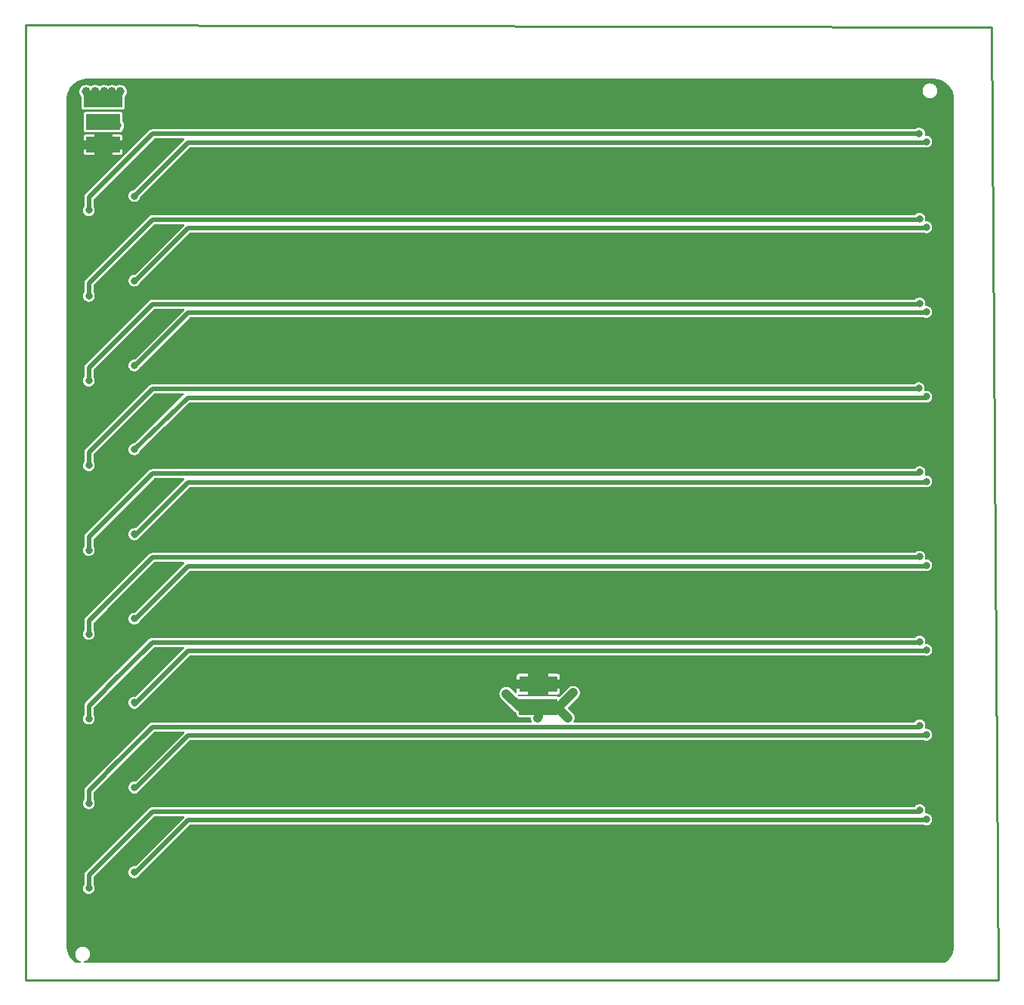
<source format=gbl>
G04 Layer: BottomLayer*
G04 EasyEDA v6.3.22, 2020-01-04T19:44:14+01:00*
G04 f50fd1600d684b49919d2234b325bca6,43c3eb671339413baca6572c6aa340f4,10*
G04 Gerber Generator version 0.2*
G04 Scale: 100 percent, Rotated: No, Reflected: No *
G04 Dimensions in millimeters *
G04 leading zeros omitted , absolute positions ,3 integer and 3 decimal *
%FSLAX33Y33*%
%MOMM*%
G90*
G71D02*

%ADD10C,0.254000*%
%ADD12C,0.502006*%
%ADD14C,0.799998*%
%ADD15C,0.999998*%
%ADD18R,4.318000X1.778000*%

%LPD*%
G36*
G01X97500Y99743D02*
G01X2499Y99743D01*
G01X2432Y99742D01*
G01X2364Y99739D01*
G01X2296Y99734D01*
G01X2229Y99727D01*
G01X2162Y99717D01*
G01X2095Y99706D01*
G01X2029Y99693D01*
G01X1963Y99678D01*
G01X1897Y99661D01*
G01X1832Y99641D01*
G01X1768Y99620D01*
G01X1704Y99597D01*
G01X1641Y99572D01*
G01X1579Y99545D01*
G01X1517Y99517D01*
G01X1457Y99486D01*
G01X1397Y99454D01*
G01X1339Y99419D01*
G01X1281Y99383D01*
G01X1225Y99346D01*
G01X1170Y99307D01*
G01X1116Y99266D01*
G01X1063Y99223D01*
G01X1012Y99179D01*
G01X962Y99133D01*
G01X913Y99086D01*
G01X866Y99037D01*
G01X820Y98987D01*
G01X776Y98936D01*
G01X733Y98883D01*
G01X693Y98829D01*
G01X653Y98774D01*
G01X616Y98718D01*
G01X580Y98660D01*
G01X545Y98602D01*
G01X513Y98542D01*
G01X482Y98482D01*
G01X454Y98420D01*
G01X427Y98358D01*
G01X402Y98295D01*
G01X379Y98231D01*
G01X358Y98167D01*
G01X338Y98102D01*
G01X321Y98036D01*
G01X306Y97970D01*
G01X293Y97904D01*
G01X282Y97837D01*
G01X272Y97770D01*
G01X265Y97703D01*
G01X260Y97635D01*
G01X257Y97567D01*
G01X256Y97500D01*
G01X256Y2499D01*
G01X257Y2432D01*
G01X257Y2430D01*
G01X260Y2364D01*
G01X260Y2360D01*
G01X262Y2335D01*
G01X265Y2297D01*
G01X266Y2294D01*
G01X266Y2291D01*
G01X269Y2264D01*
G01X272Y2229D01*
G01X273Y2225D01*
G01X273Y2222D01*
G01X277Y2195D01*
G01X282Y2162D01*
G01X282Y2157D01*
G01X283Y2153D01*
G01X287Y2127D01*
G01X293Y2095D01*
G01X294Y2090D01*
G01X295Y2084D01*
G01X306Y2029D01*
G01X307Y2022D01*
G01X309Y2016D01*
G01X315Y1991D01*
G01X321Y1963D01*
G01X323Y1955D01*
G01X325Y1948D01*
G01X331Y1924D01*
G01X338Y1897D01*
G01X341Y1889D01*
G01X343Y1881D01*
G01X350Y1858D01*
G01X358Y1832D01*
G01X361Y1823D01*
G01X363Y1815D01*
G01X371Y1792D01*
G01X379Y1768D01*
G01X382Y1758D01*
G01X385Y1749D01*
G01X393Y1727D01*
G01X402Y1704D01*
G01X406Y1694D01*
G01X410Y1683D01*
G01X418Y1663D01*
G01X427Y1641D01*
G01X432Y1630D01*
G01X436Y1619D01*
G01X445Y1600D01*
G01X454Y1579D01*
G01X464Y1555D01*
G01X473Y1537D01*
G01X482Y1518D01*
G01X489Y1505D01*
G01X495Y1493D01*
G01X504Y1476D01*
G01X513Y1457D01*
G01X527Y1431D01*
G01X536Y1415D01*
G01X545Y1398D01*
G01X561Y1370D01*
G01X570Y1355D01*
G01X579Y1339D01*
G01X606Y1297D01*
G01X615Y1282D01*
G01X635Y1252D01*
G01X644Y1239D01*
G01X653Y1225D01*
G01X664Y1210D01*
G01X674Y1195D01*
G01X683Y1183D01*
G01X692Y1170D01*
G01X704Y1154D01*
G01X716Y1139D01*
G01X724Y1128D01*
G01X733Y1116D01*
G01X759Y1084D01*
G01X767Y1074D01*
G01X776Y1063D01*
G01X790Y1047D01*
G01X803Y1031D01*
G01X812Y1022D01*
G01X820Y1012D01*
G01X835Y995D01*
G01X850Y979D01*
G01X858Y971D01*
G01X866Y962D01*
G01X882Y945D01*
G01X898Y929D01*
G01X905Y921D01*
G01X913Y913D01*
G01X931Y896D01*
G01X961Y866D01*
G01X981Y849D01*
G01X998Y832D01*
G01X1000Y831D01*
G01X1011Y821D01*
G01X1063Y776D01*
G01X1116Y734D01*
G01X1170Y693D01*
G01X1225Y653D01*
G01X1281Y616D01*
G01X1294Y609D01*
G01X1307Y604D01*
G01X1322Y601D01*
G01X1336Y599D01*
G01X1794Y599D01*
G01X1808Y601D01*
G01X1822Y604D01*
G01X1836Y609D01*
G01X1849Y616D01*
G01X1860Y624D01*
G01X1870Y635D01*
G01X1879Y646D01*
G01X1886Y659D01*
G01X1891Y672D01*
G01X1894Y687D01*
G01X1895Y701D01*
G01X1894Y716D01*
G01X1891Y730D01*
G01X1886Y744D01*
G01X1879Y756D01*
G01X1870Y768D01*
G01X1860Y778D01*
G01X1848Y787D01*
G01X1835Y794D01*
G01X1821Y799D01*
G01X1782Y811D01*
G01X1743Y825D01*
G01X1705Y842D01*
G01X1668Y860D01*
G01X1631Y880D01*
G01X1596Y901D01*
G01X1562Y925D01*
G01X1529Y950D01*
G01X1497Y976D01*
G01X1479Y994D01*
G01X1462Y1009D01*
G01X1449Y1023D01*
G01X1433Y1040D01*
G01X1420Y1055D01*
G01X1405Y1072D01*
G01X1393Y1088D01*
G01X1379Y1106D01*
G01X1368Y1122D01*
G01X1355Y1141D01*
G01X1344Y1157D01*
G01X1333Y1177D01*
G01X1323Y1194D01*
G01X1312Y1214D01*
G01X1303Y1231D01*
G01X1293Y1252D01*
G01X1285Y1270D01*
G01X1277Y1291D01*
G01X1269Y1309D01*
G01X1262Y1331D01*
G01X1256Y1349D01*
G01X1249Y1371D01*
G01X1244Y1390D01*
G01X1238Y1413D01*
G01X1234Y1431D01*
G01X1227Y1473D01*
G01X1223Y1498D01*
G01X1221Y1515D01*
G01X1218Y1557D01*
G01X1217Y1599D01*
G01X1218Y1642D01*
G01X1221Y1684D01*
G01X1227Y1726D01*
G01X1234Y1767D01*
G01X1244Y1808D01*
G01X1255Y1849D01*
G01X1269Y1889D01*
G01X1284Y1928D01*
G01X1302Y1966D01*
G01X1322Y2004D01*
G01X1343Y2040D01*
G01X1366Y2075D01*
G01X1391Y2109D01*
G01X1418Y2142D01*
G01X1446Y2173D01*
G01X1476Y2203D01*
G01X1507Y2231D01*
G01X1540Y2258D01*
G01X1574Y2283D01*
G01X1609Y2306D01*
G01X1645Y2327D01*
G01X1683Y2347D01*
G01X1721Y2365D01*
G01X1760Y2380D01*
G01X1800Y2394D01*
G01X1841Y2405D01*
G01X1882Y2415D01*
G01X1923Y2422D01*
G01X1965Y2428D01*
G01X2007Y2431D01*
G01X2050Y2432D01*
G01X2092Y2431D01*
G01X2134Y2428D01*
G01X2176Y2422D01*
G01X2217Y2415D01*
G01X2258Y2405D01*
G01X2299Y2394D01*
G01X2339Y2380D01*
G01X2378Y2365D01*
G01X2416Y2347D01*
G01X2454Y2327D01*
G01X2490Y2306D01*
G01X2525Y2283D01*
G01X2559Y2258D01*
G01X2592Y2231D01*
G01X2623Y2203D01*
G01X2653Y2173D01*
G01X2681Y2142D01*
G01X2708Y2109D01*
G01X2733Y2075D01*
G01X2756Y2040D01*
G01X2777Y2004D01*
G01X2797Y1966D01*
G01X2815Y1928D01*
G01X2830Y1889D01*
G01X2844Y1849D01*
G01X2855Y1808D01*
G01X2865Y1767D01*
G01X2872Y1726D01*
G01X2878Y1684D01*
G01X2881Y1642D01*
G01X2882Y1599D01*
G01X2881Y1557D01*
G01X2878Y1515D01*
G01X2876Y1498D01*
G01X2872Y1473D01*
G01X2869Y1455D01*
G01X2865Y1432D01*
G01X2861Y1413D01*
G01X2855Y1390D01*
G01X2850Y1372D01*
G01X2844Y1350D01*
G01X2837Y1331D01*
G01X2830Y1310D01*
G01X2823Y1291D01*
G01X2814Y1271D01*
G01X2806Y1252D01*
G01X2787Y1214D01*
G01X2777Y1195D01*
G01X2767Y1177D01*
G01X2755Y1158D01*
G01X2744Y1141D01*
G01X2732Y1123D01*
G01X2720Y1107D01*
G01X2707Y1089D01*
G01X2694Y1073D01*
G01X2680Y1056D01*
G01X2667Y1041D01*
G01X2652Y1025D01*
G01X2622Y995D01*
G01X2602Y976D01*
G01X2570Y950D01*
G01X2537Y925D01*
G01X2503Y901D01*
G01X2468Y880D01*
G01X2431Y860D01*
G01X2394Y842D01*
G01X2356Y825D01*
G01X2317Y811D01*
G01X2278Y799D01*
G01X2264Y794D01*
G01X2251Y787D01*
G01X2239Y778D01*
G01X2229Y768D01*
G01X2220Y756D01*
G01X2213Y744D01*
G01X2208Y730D01*
G01X2205Y716D01*
G01X2204Y701D01*
G01X2205Y687D01*
G01X2208Y672D01*
G01X2213Y659D01*
G01X2220Y646D01*
G01X2229Y635D01*
G01X2239Y624D01*
G01X2250Y616D01*
G01X2263Y609D01*
G01X2277Y604D01*
G01X2291Y601D01*
G01X2305Y599D01*
G01X98663Y599D01*
G01X98677Y601D01*
G01X98692Y604D01*
G01X98705Y609D01*
G01X98718Y616D01*
G01X98774Y653D01*
G01X98829Y693D01*
G01X98883Y734D01*
G01X98936Y776D01*
G01X98988Y821D01*
G01X99038Y866D01*
G01X99086Y913D01*
G01X99133Y962D01*
G01X99179Y1012D01*
G01X99191Y1026D01*
G01X99193Y1028D01*
G01X99207Y1045D01*
G01X99223Y1063D01*
G01X99231Y1073D01*
G01X99238Y1081D01*
G01X99251Y1098D01*
G01X99266Y1116D01*
G01X99274Y1127D01*
G01X99281Y1136D01*
G01X99293Y1153D01*
G01X99307Y1170D01*
G01X99315Y1182D01*
G01X99323Y1192D01*
G01X99334Y1208D01*
G01X99346Y1225D01*
G01X99354Y1238D01*
G01X99363Y1250D01*
G01X99373Y1265D01*
G01X99384Y1282D01*
G01X99392Y1295D01*
G01X99401Y1308D01*
G01X99410Y1323D01*
G01X99420Y1339D01*
G01X99428Y1354D01*
G01X99437Y1368D01*
G01X99445Y1382D01*
G01X99454Y1398D01*
G01X99462Y1414D01*
G01X99471Y1429D01*
G01X99478Y1443D01*
G01X99486Y1457D01*
G01X99495Y1474D01*
G01X99517Y1518D01*
G01X99525Y1536D01*
G01X99534Y1553D01*
G01X99539Y1566D01*
G01X99545Y1579D01*
G01X99554Y1599D01*
G01X99562Y1617D01*
G01X99572Y1641D01*
G01X99581Y1662D01*
G01X99589Y1682D01*
G01X99605Y1726D01*
G01X99613Y1747D01*
G01X99616Y1757D01*
G01X99620Y1768D01*
G01X99638Y1822D01*
G01X99641Y1832D01*
G01X99649Y1857D01*
G01X99656Y1880D01*
G01X99658Y1888D01*
G01X99661Y1897D01*
G01X99668Y1924D01*
G01X99674Y1947D01*
G01X99678Y1963D01*
G01X99684Y1991D01*
G01X99690Y2015D01*
G01X99691Y2022D01*
G01X99693Y2029D01*
G01X99699Y2058D01*
G01X99704Y2083D01*
G01X99706Y2095D01*
G01X99711Y2126D01*
G01X99716Y2152D01*
G01X99717Y2157D01*
G01X99717Y2162D01*
G01X99722Y2195D01*
G01X99726Y2221D01*
G01X99726Y2225D01*
G01X99727Y2229D01*
G01X99730Y2264D01*
G01X99733Y2290D01*
G01X99733Y2293D01*
G01X99734Y2297D01*
G01X99737Y2335D01*
G01X99739Y2360D01*
G01X99739Y2364D01*
G01X99742Y2430D01*
G01X99742Y2432D01*
G01X99743Y2499D01*
G01X99743Y97500D01*
G01X99742Y97567D01*
G01X99739Y97635D01*
G01X99734Y97703D01*
G01X99727Y97770D01*
G01X99717Y97837D01*
G01X99706Y97904D01*
G01X99693Y97970D01*
G01X99678Y98036D01*
G01X99661Y98102D01*
G01X99641Y98167D01*
G01X99620Y98231D01*
G01X99597Y98295D01*
G01X99572Y98358D01*
G01X99545Y98420D01*
G01X99517Y98482D01*
G01X99486Y98542D01*
G01X99454Y98602D01*
G01X99419Y98660D01*
G01X99383Y98718D01*
G01X99346Y98774D01*
G01X99307Y98829D01*
G01X99266Y98883D01*
G01X99223Y98936D01*
G01X99179Y98987D01*
G01X99133Y99037D01*
G01X99086Y99086D01*
G01X99037Y99133D01*
G01X98987Y99179D01*
G01X98936Y99223D01*
G01X98883Y99266D01*
G01X98829Y99307D01*
G01X98774Y99346D01*
G01X98718Y99383D01*
G01X98660Y99419D01*
G01X98602Y99454D01*
G01X98542Y99486D01*
G01X98482Y99517D01*
G01X98420Y99545D01*
G01X98358Y99572D01*
G01X98295Y99597D01*
G01X98231Y99620D01*
G01X98167Y99641D01*
G01X98102Y99661D01*
G01X98036Y99678D01*
G01X97970Y99693D01*
G01X97904Y99706D01*
G01X97837Y99717D01*
G01X97770Y99727D01*
G01X97703Y99734D01*
G01X97635Y99739D01*
G01X97567Y99742D01*
G01X97500Y99743D01*
G37*

%LPC*%
G36*
G01X57089Y31655D02*
G01X57050Y31656D01*
G01X57010Y31655D01*
G01X56970Y31652D01*
G01X56931Y31647D01*
G01X56892Y31640D01*
G01X56854Y31630D01*
G01X56816Y31619D01*
G01X56778Y31606D01*
G01X56742Y31591D01*
G01X56706Y31574D01*
G01X56671Y31555D01*
G01X56637Y31534D01*
G01X56605Y31512D01*
G01X56573Y31487D01*
G01X56543Y31462D01*
G01X56515Y31434D01*
G01X55545Y30465D01*
G01X55533Y30454D01*
G01X55519Y30446D01*
G01X55504Y30440D01*
G01X55489Y30436D01*
G01X55473Y30435D01*
G01X55457Y30436D01*
G01X55441Y30440D01*
G01X55426Y30446D01*
G01X55404Y30457D01*
G01X55381Y30465D01*
G01X55357Y30470D01*
G01X55333Y30474D01*
G01X55309Y30475D01*
G01X50986Y30475D01*
G01X50970Y30476D01*
G01X50955Y30480D01*
G01X50940Y30486D01*
G01X50926Y30494D01*
G01X50914Y30505D01*
G01X50864Y30555D01*
G01X50854Y30567D01*
G01X50846Y30580D01*
G01X50840Y30595D01*
G01X50836Y30611D01*
G01X50835Y30626D01*
G01X50836Y30641D01*
G01X50839Y30655D01*
G01X50844Y30669D01*
G01X50851Y30681D01*
G01X50859Y30693D01*
G01X50870Y30703D01*
G01X50881Y30712D01*
G01X50894Y30719D01*
G01X50908Y30724D01*
G01X50922Y30727D01*
G01X50936Y30728D01*
G01X50952Y30727D01*
G01X50991Y30724D01*
G01X52007Y30724D01*
G01X52007Y31361D01*
G01X50734Y31361D01*
G01X50734Y30980D01*
G01X50737Y30942D01*
G01X50738Y30926D01*
G01X50737Y30912D01*
G01X50734Y30897D01*
G01X50729Y30884D01*
G01X50722Y30871D01*
G01X50713Y30860D01*
G01X50703Y30849D01*
G01X50691Y30841D01*
G01X50679Y30834D01*
G01X50665Y30829D01*
G01X50651Y30826D01*
G01X50637Y30824D01*
G01X50621Y30826D01*
G01X50605Y30829D01*
G01X50590Y30836D01*
G01X50577Y30844D01*
G01X50565Y30854D01*
G01X50084Y31334D01*
G01X50056Y31362D01*
G01X50026Y31387D01*
G01X49994Y31412D01*
G01X49962Y31434D01*
G01X49928Y31455D01*
G01X49893Y31474D01*
G01X49857Y31491D01*
G01X49821Y31506D01*
G01X49783Y31519D01*
G01X49745Y31530D01*
G01X49707Y31540D01*
G01X49668Y31547D01*
G01X49629Y31552D01*
G01X49589Y31555D01*
G01X49550Y31556D01*
G01X49510Y31555D01*
G01X49470Y31552D01*
G01X49431Y31547D01*
G01X49392Y31540D01*
G01X49354Y31530D01*
G01X49316Y31519D01*
G01X49278Y31506D01*
G01X49242Y31491D01*
G01X49206Y31474D01*
G01X49171Y31455D01*
G01X49137Y31434D01*
G01X49105Y31412D01*
G01X49073Y31387D01*
G01X49043Y31362D01*
G01X48987Y31306D01*
G01X48962Y31276D01*
G01X48937Y31244D01*
G01X48915Y31212D01*
G01X48894Y31178D01*
G01X48875Y31143D01*
G01X48858Y31107D01*
G01X48843Y31071D01*
G01X48830Y31033D01*
G01X48819Y30995D01*
G01X48810Y30957D01*
G01X48802Y30918D01*
G01X48797Y30879D01*
G01X48794Y30839D01*
G01X48793Y30800D01*
G01X48794Y30760D01*
G01X48797Y30720D01*
G01X48802Y30681D01*
G01X48810Y30642D01*
G01X48819Y30604D01*
G01X48830Y30566D01*
G01X48843Y30528D01*
G01X48858Y30492D01*
G01X48875Y30456D01*
G01X48894Y30421D01*
G01X48915Y30387D01*
G01X48937Y30355D01*
G01X48962Y30323D01*
G01X48987Y30293D01*
G01X49015Y30265D01*
G01X50485Y28794D01*
G01X50514Y28767D01*
G01X50544Y28741D01*
G01X50576Y28717D01*
G01X50609Y28694D01*
G01X50643Y28673D01*
G01X50678Y28654D01*
G01X50692Y28646D01*
G01X50704Y28636D01*
G01X50714Y28623D01*
G01X50723Y28610D01*
G01X50729Y28595D01*
G01X50733Y28580D01*
G01X50734Y28564D01*
G01X50734Y28441D01*
G01X50735Y28417D01*
G01X50738Y28393D01*
G01X50744Y28370D01*
G01X50751Y28348D01*
G01X50761Y28326D01*
G01X50772Y28305D01*
G01X50786Y28286D01*
G01X50801Y28268D01*
G01X50818Y28251D01*
G01X50836Y28236D01*
G01X50855Y28222D01*
G01X50876Y28211D01*
G01X50898Y28201D01*
G01X50920Y28194D01*
G01X50943Y28188D01*
G01X50967Y28185D01*
G01X50991Y28184D01*
G01X52192Y28184D01*
G01X52207Y28183D01*
G01X52223Y28179D01*
G01X52237Y28173D01*
G01X52251Y28165D01*
G01X52263Y28155D01*
G01X52273Y28143D01*
G01X52281Y28130D01*
G01X52288Y28115D01*
G01X52292Y28100D01*
G01X52293Y28084D01*
G01X52295Y28042D01*
G01X52300Y27999D01*
G01X52307Y27957D01*
G01X52316Y27915D01*
G01X52327Y27874D01*
G01X52341Y27833D01*
G01X52358Y27793D01*
G01X52376Y27755D01*
G01X52397Y27717D01*
G01X52404Y27701D01*
G01X52409Y27684D01*
G01X52411Y27666D01*
G01X52410Y27651D01*
G01X52406Y27637D01*
G01X52401Y27624D01*
G01X52394Y27611D01*
G01X52386Y27599D01*
G01X52376Y27589D01*
G01X52364Y27580D01*
G01X52351Y27573D01*
G01X52338Y27568D01*
G01X52323Y27565D01*
G01X52309Y27564D01*
G01X9862Y27564D01*
G01X9828Y27563D01*
G01X9795Y27560D01*
G01X9762Y27555D01*
G01X9730Y27547D01*
G01X9698Y27537D01*
G01X9667Y27526D01*
G01X9637Y27512D01*
G01X9608Y27496D01*
G01X9580Y27479D01*
G01X9553Y27459D01*
G01X9527Y27438D01*
G01X9503Y27416D01*
G01X2391Y20304D01*
G01X2368Y20279D01*
G01X2347Y20254D01*
G01X2328Y20227D01*
G01X2310Y20199D01*
G01X2294Y20169D01*
G01X2281Y20139D01*
G01X2269Y20108D01*
G01X2259Y20076D01*
G01X2252Y20044D01*
G01X2246Y20011D01*
G01X2243Y19978D01*
G01X2242Y19945D01*
G01X2242Y18951D01*
G01X2241Y18934D01*
G01X2237Y18919D01*
G01X2231Y18904D01*
G01X2222Y18890D01*
G01X2200Y18859D01*
G01X2180Y18827D01*
G01X2162Y18793D01*
G01X2146Y18759D01*
G01X2133Y18723D01*
G01X2121Y18687D01*
G01X2111Y18650D01*
G01X2103Y18613D01*
G01X2098Y18576D01*
G01X2094Y18538D01*
G01X2093Y18500D01*
G01X2094Y18463D01*
G01X2097Y18426D01*
G01X2103Y18390D01*
G01X2110Y18354D01*
G01X2119Y18318D01*
G01X2130Y18283D01*
G01X2143Y18248D01*
G01X2158Y18215D01*
G01X2175Y18182D01*
G01X2194Y18150D01*
G01X2214Y18120D01*
G01X2237Y18090D01*
G01X2260Y18062D01*
G01X2286Y18035D01*
G01X2312Y18010D01*
G01X2340Y17986D01*
G01X2370Y17964D01*
G01X2401Y17944D01*
G01X2432Y17925D01*
G01X2465Y17908D01*
G01X2499Y17893D01*
G01X2533Y17880D01*
G01X2568Y17869D01*
G01X2604Y17860D01*
G01X2640Y17852D01*
G01X2676Y17847D01*
G01X2713Y17844D01*
G01X2750Y17843D01*
G01X2787Y17844D01*
G01X2823Y17847D01*
G01X2860Y17852D01*
G01X2896Y17860D01*
G01X2932Y17869D01*
G01X2967Y17880D01*
G01X3001Y17893D01*
G01X3035Y17908D01*
G01X3067Y17925D01*
G01X3099Y17944D01*
G01X3130Y17964D01*
G01X3159Y17986D01*
G01X3187Y18010D01*
G01X3214Y18035D01*
G01X3239Y18062D01*
G01X3263Y18090D01*
G01X3285Y18120D01*
G01X3306Y18150D01*
G01X3324Y18182D01*
G01X3341Y18215D01*
G01X3356Y18248D01*
G01X3370Y18283D01*
G01X3381Y18318D01*
G01X3390Y18354D01*
G01X3397Y18390D01*
G01X3402Y18426D01*
G01X3405Y18463D01*
G01X3406Y18500D01*
G01X3405Y18538D01*
G01X3402Y18576D01*
G01X3396Y18613D01*
G01X3389Y18651D01*
G01X3379Y18687D01*
G01X3367Y18724D01*
G01X3353Y18759D01*
G01X3337Y18794D01*
G01X3319Y18827D01*
G01X3299Y18860D01*
G01X3277Y18891D01*
G01X3268Y18905D01*
G01X3262Y18920D01*
G01X3258Y18935D01*
G01X3257Y18951D01*
G01X3257Y19692D01*
G01X3258Y19708D01*
G01X3262Y19724D01*
G01X3268Y19739D01*
G01X3276Y19752D01*
G01X3287Y19764D01*
G01X4800Y21278D01*
G01X5267Y21745D01*
G01X10042Y26519D01*
G01X10054Y26530D01*
G01X10068Y26538D01*
G01X10082Y26544D01*
G01X10098Y26548D01*
G01X10114Y26549D01*
G01X13336Y26549D01*
G01X13351Y26548D01*
G01X13365Y26545D01*
G01X13378Y26540D01*
G01X13391Y26533D01*
G01X13403Y26524D01*
G01X13413Y26514D01*
G01X13422Y26503D01*
G01X13429Y26490D01*
G01X13434Y26476D01*
G01X13437Y26462D01*
G01X13438Y26448D01*
G01X13437Y26432D01*
G01X13433Y26416D01*
G01X13427Y26402D01*
G01X13418Y26388D01*
G01X13408Y26376D01*
G01X8012Y20979D01*
G01X8000Y20969D01*
G01X7986Y20961D01*
G01X7971Y20955D01*
G01X7956Y20951D01*
G01X7940Y20950D01*
G01X7928Y20950D01*
G01X7889Y20954D01*
G01X7850Y20955D01*
G01X7813Y20954D01*
G01X7776Y20951D01*
G01X7740Y20946D01*
G01X7704Y20939D01*
G01X7668Y20929D01*
G01X7633Y20918D01*
G01X7598Y20905D01*
G01X7565Y20890D01*
G01X7532Y20873D01*
G01X7500Y20854D01*
G01X7470Y20834D01*
G01X7440Y20812D01*
G01X7412Y20788D01*
G01X7385Y20763D01*
G01X7360Y20736D01*
G01X7336Y20708D01*
G01X7314Y20678D01*
G01X7294Y20648D01*
G01X7275Y20616D01*
G01X7258Y20583D01*
G01X7243Y20550D01*
G01X7230Y20515D01*
G01X7219Y20480D01*
G01X7210Y20445D01*
G01X7202Y20408D01*
G01X7197Y20372D01*
G01X7194Y20335D01*
G01X7193Y20298D01*
G01X7194Y20260D01*
G01X7198Y20222D01*
G01X7203Y20183D01*
G01X7211Y20146D01*
G01X7221Y20108D01*
G01X7233Y20072D01*
G01X7248Y20036D01*
G01X7264Y20001D01*
G01X7283Y19967D01*
G01X7303Y19935D01*
G01X7325Y19903D01*
G01X7349Y19873D01*
G01X7375Y19845D01*
G01X7403Y19818D01*
G01X7432Y19792D01*
G01X7462Y19768D01*
G01X7477Y19755D01*
G01X7499Y19732D01*
G01X7523Y19711D01*
G01X7549Y19691D01*
G01X7575Y19673D01*
G01X7603Y19656D01*
G01X7632Y19641D01*
G01X7661Y19629D01*
G01X7691Y19618D01*
G01X7722Y19608D01*
G01X7754Y19601D01*
G01X7785Y19596D01*
G01X7818Y19593D01*
G01X7850Y19592D01*
G01X7883Y19593D01*
G01X7916Y19596D01*
G01X7949Y19602D01*
G01X7981Y19609D01*
G01X8013Y19619D01*
G01X8044Y19631D01*
G01X8074Y19644D01*
G01X8103Y19660D01*
G01X8132Y19678D01*
G01X8159Y19697D01*
G01X8184Y19718D01*
G01X8209Y19741D01*
G01X8228Y19761D01*
G01X8240Y19771D01*
G01X8271Y19795D01*
G01X8300Y19821D01*
G01X8327Y19848D01*
G01X8353Y19877D01*
G01X8378Y19908D01*
G01X8387Y19920D01*
G01X14030Y25562D01*
G01X14042Y25573D01*
G01X14056Y25581D01*
G01X14071Y25587D01*
G01X14086Y25591D01*
G01X14102Y25592D01*
G01X96382Y25592D01*
G01X96400Y25591D01*
G01X96417Y25586D01*
G01X96455Y25573D01*
G01X96493Y25562D01*
G01X96532Y25554D01*
G01X96571Y25548D01*
G01X96610Y25544D01*
G01X96650Y25543D01*
G01X96687Y25544D01*
G01X96723Y25547D01*
G01X96760Y25552D01*
G01X96796Y25560D01*
G01X96832Y25569D01*
G01X96867Y25580D01*
G01X96901Y25593D01*
G01X96935Y25608D01*
G01X96967Y25625D01*
G01X96999Y25644D01*
G01X97030Y25664D01*
G01X97059Y25686D01*
G01X97087Y25710D01*
G01X97114Y25735D01*
G01X97139Y25762D01*
G01X97163Y25790D01*
G01X97185Y25820D01*
G01X97206Y25850D01*
G01X97224Y25882D01*
G01X97241Y25915D01*
G01X97256Y25948D01*
G01X97269Y25983D01*
G01X97281Y26018D01*
G01X97290Y26054D01*
G01X97297Y26090D01*
G01X97302Y26126D01*
G01X97305Y26163D01*
G01X97306Y26200D01*
G01X97305Y26236D01*
G01X97302Y26273D01*
G01X97297Y26310D01*
G01X97290Y26346D01*
G01X97281Y26381D01*
G01X97269Y26416D01*
G01X97256Y26451D01*
G01X97241Y26485D01*
G01X97224Y26517D01*
G01X97206Y26549D01*
G01X97185Y26580D01*
G01X97163Y26609D01*
G01X97139Y26637D01*
G01X97114Y26664D01*
G01X97087Y26689D01*
G01X97059Y26713D01*
G01X97030Y26735D01*
G01X96999Y26756D01*
G01X96967Y26774D01*
G01X96935Y26791D01*
G01X96901Y26806D01*
G01X96867Y26819D01*
G01X96832Y26831D01*
G01X96796Y26840D01*
G01X96760Y26847D01*
G01X96723Y26852D01*
G01X96687Y26855D01*
G01X96650Y26856D01*
G01X96598Y26854D01*
G01X96590Y26854D01*
G01X96576Y26855D01*
G01X96561Y26858D01*
G01X96548Y26863D01*
G01X96535Y26870D01*
G01X96524Y26879D01*
G01X96513Y26889D01*
G01X96505Y26901D01*
G01X96498Y26913D01*
G01X96493Y26927D01*
G01X96489Y26941D01*
G01X96488Y26955D01*
G01X96490Y26976D01*
G01X96496Y26995D01*
G01X96510Y27030D01*
G01X96521Y27065D01*
G01X96531Y27101D01*
G01X96538Y27138D01*
G01X96544Y27175D01*
G01X96547Y27212D01*
G01X96548Y27250D01*
G01X96547Y27286D01*
G01X96544Y27323D01*
G01X96539Y27360D01*
G01X96531Y27396D01*
G01X96522Y27431D01*
G01X96511Y27467D01*
G01X96498Y27501D01*
G01X96483Y27535D01*
G01X96466Y27567D01*
G01X96447Y27599D01*
G01X96427Y27630D01*
G01X96405Y27659D01*
G01X96381Y27687D01*
G01X96356Y27714D01*
G01X96329Y27739D01*
G01X96301Y27763D01*
G01X96271Y27785D01*
G01X96241Y27806D01*
G01X96209Y27824D01*
G01X96176Y27841D01*
G01X96143Y27856D01*
G01X96108Y27869D01*
G01X96073Y27881D01*
G01X96037Y27890D01*
G01X96001Y27897D01*
G01X95965Y27902D01*
G01X95928Y27905D01*
G01X95891Y27906D01*
G01X95853Y27905D01*
G01X95815Y27902D01*
G01X95777Y27896D01*
G01X95740Y27889D01*
G01X95703Y27879D01*
G01X95667Y27867D01*
G01X95631Y27852D01*
G01X95597Y27836D01*
G01X95563Y27818D01*
G01X95530Y27798D01*
G01X95499Y27776D01*
G01X95469Y27752D01*
G01X95441Y27727D01*
G01X95414Y27700D01*
G01X95388Y27671D01*
G01X95365Y27641D01*
G01X95343Y27610D01*
G01X95334Y27599D01*
G01X95324Y27589D01*
G01X95312Y27580D01*
G01X95300Y27573D01*
G01X95286Y27568D01*
G01X95272Y27565D01*
G01X95258Y27564D01*
G01X57190Y27564D01*
G01X57176Y27565D01*
G01X57161Y27568D01*
G01X57148Y27573D01*
G01X57135Y27580D01*
G01X57124Y27589D01*
G01X57113Y27599D01*
G01X57105Y27611D01*
G01X57098Y27624D01*
G01X57093Y27637D01*
G01X57089Y27651D01*
G01X57088Y27666D01*
G01X57090Y27684D01*
G01X57095Y27701D01*
G01X57102Y27717D01*
G01X57122Y27752D01*
G01X57139Y27788D01*
G01X57155Y27825D01*
G01X57168Y27863D01*
G01X57180Y27901D01*
G01X57189Y27940D01*
G01X57197Y27980D01*
G01X57202Y28020D01*
G01X57205Y28059D01*
G01X57206Y28100D01*
G01X57205Y28139D01*
G01X57202Y28179D01*
G01X57197Y28218D01*
G01X57190Y28257D01*
G01X57180Y28295D01*
G01X57169Y28333D01*
G01X57156Y28371D01*
G01X57141Y28407D01*
G01X57124Y28443D01*
G01X57105Y28478D01*
G01X57084Y28512D01*
G01X57062Y28544D01*
G01X57037Y28576D01*
G01X57012Y28606D01*
G01X56984Y28634D01*
G01X56491Y29128D01*
G01X56481Y29140D01*
G01X56473Y29153D01*
G01X56466Y29168D01*
G01X56463Y29184D01*
G01X56462Y29200D01*
G01X56463Y29215D01*
G01X56466Y29231D01*
G01X56473Y29246D01*
G01X56481Y29259D01*
G01X56491Y29271D01*
G01X57584Y30365D01*
G01X57612Y30393D01*
G01X57637Y30423D01*
G01X57662Y30455D01*
G01X57684Y30487D01*
G01X57705Y30521D01*
G01X57724Y30556D01*
G01X57741Y30592D01*
G01X57756Y30628D01*
G01X57769Y30666D01*
G01X57780Y30704D01*
G01X57790Y30742D01*
G01X57797Y30781D01*
G01X57802Y30820D01*
G01X57805Y30860D01*
G01X57806Y30900D01*
G01X57805Y30939D01*
G01X57802Y30979D01*
G01X57797Y31018D01*
G01X57790Y31057D01*
G01X57780Y31095D01*
G01X57769Y31133D01*
G01X57756Y31171D01*
G01X57741Y31207D01*
G01X57724Y31243D01*
G01X57705Y31278D01*
G01X57684Y31312D01*
G01X57662Y31344D01*
G01X57637Y31376D01*
G01X57612Y31406D01*
G01X57556Y31462D01*
G01X57526Y31487D01*
G01X57494Y31512D01*
G01X57462Y31534D01*
G01X57428Y31555D01*
G01X57393Y31574D01*
G01X57357Y31591D01*
G01X57321Y31606D01*
G01X57283Y31619D01*
G01X57245Y31630D01*
G01X57207Y31640D01*
G01X57168Y31647D01*
G01X57129Y31652D01*
G01X57089Y31655D01*
G37*
G36*
G01X95928Y56305D02*
G01X95891Y56306D01*
G01X95853Y56305D01*
G01X95815Y56302D01*
G01X95777Y56296D01*
G01X95740Y56288D01*
G01X95703Y56279D01*
G01X95667Y56267D01*
G01X95631Y56252D01*
G01X95596Y56236D01*
G01X95563Y56218D01*
G01X95530Y56198D01*
G01X95499Y56176D01*
G01X95469Y56152D01*
G01X95440Y56127D01*
G01X95413Y56100D01*
G01X95388Y56071D01*
G01X95364Y56041D01*
G01X95342Y56010D01*
G01X95334Y55999D01*
G01X95324Y55988D01*
G01X95312Y55980D01*
G01X95299Y55973D01*
G01X95286Y55968D01*
G01X95272Y55965D01*
G01X95258Y55964D01*
G01X9861Y55964D01*
G01X9828Y55963D01*
G01X9795Y55960D01*
G01X9762Y55954D01*
G01X9730Y55947D01*
G01X9698Y55937D01*
G01X9667Y55925D01*
G01X9637Y55912D01*
G01X9608Y55896D01*
G01X9579Y55879D01*
G01X9552Y55859D01*
G01X9527Y55838D01*
G01X9502Y55815D01*
G01X2391Y48704D01*
G01X2368Y48679D01*
G01X2347Y48654D01*
G01X2328Y48627D01*
G01X2310Y48598D01*
G01X2294Y48569D01*
G01X2281Y48539D01*
G01X2269Y48508D01*
G01X2259Y48476D01*
G01X2252Y48444D01*
G01X2246Y48411D01*
G01X2243Y48378D01*
G01X2242Y48345D01*
G01X2242Y47351D01*
G01X2241Y47335D01*
G01X2237Y47319D01*
G01X2231Y47304D01*
G01X2222Y47290D01*
G01X2200Y47259D01*
G01X2180Y47227D01*
G01X2162Y47193D01*
G01X2146Y47159D01*
G01X2132Y47123D01*
G01X2120Y47087D01*
G01X2111Y47050D01*
G01X2103Y47013D01*
G01X2097Y46975D01*
G01X2094Y46937D01*
G01X2093Y46899D01*
G01X2094Y46863D01*
G01X2097Y46826D01*
G01X2102Y46789D01*
G01X2109Y46753D01*
G01X2119Y46718D01*
G01X2130Y46683D01*
G01X2143Y46648D01*
G01X2158Y46615D01*
G01X2175Y46582D01*
G01X2194Y46550D01*
G01X2214Y46519D01*
G01X2236Y46490D01*
G01X2260Y46462D01*
G01X2285Y46435D01*
G01X2312Y46410D01*
G01X2340Y46386D01*
G01X2370Y46364D01*
G01X2400Y46343D01*
G01X2432Y46325D01*
G01X2465Y46308D01*
G01X2498Y46293D01*
G01X2533Y46280D01*
G01X2568Y46269D01*
G01X2603Y46259D01*
G01X2640Y46252D01*
G01X2676Y46247D01*
G01X2713Y46244D01*
G01X2750Y46243D01*
G01X2786Y46244D01*
G01X2823Y46247D01*
G01X2860Y46252D01*
G01X2896Y46259D01*
G01X2931Y46269D01*
G01X2966Y46280D01*
G01X3001Y46293D01*
G01X3034Y46308D01*
G01X3067Y46325D01*
G01X3099Y46343D01*
G01X3129Y46364D01*
G01X3159Y46386D01*
G01X3187Y46410D01*
G01X3214Y46435D01*
G01X3239Y46462D01*
G01X3263Y46490D01*
G01X3285Y46519D01*
G01X3305Y46550D01*
G01X3324Y46582D01*
G01X3341Y46615D01*
G01X3356Y46648D01*
G01X3369Y46683D01*
G01X3380Y46718D01*
G01X3390Y46753D01*
G01X3397Y46789D01*
G01X3402Y46826D01*
G01X3405Y46863D01*
G01X3406Y46899D01*
G01X3405Y46937D01*
G01X3402Y46975D01*
G01X3396Y47013D01*
G01X3389Y47050D01*
G01X3379Y47087D01*
G01X3367Y47123D01*
G01X3353Y47159D01*
G01X3337Y47193D01*
G01X3319Y47227D01*
G01X3299Y47259D01*
G01X3277Y47290D01*
G01X3268Y47304D01*
G01X3262Y47319D01*
G01X3258Y47335D01*
G01X3257Y47351D01*
G01X3257Y48092D01*
G01X3258Y48108D01*
G01X3262Y48124D01*
G01X3268Y48139D01*
G01X3276Y48152D01*
G01X3287Y48164D01*
G01X10042Y54919D01*
G01X10054Y54930D01*
G01X10068Y54938D01*
G01X10082Y54944D01*
G01X10098Y54948D01*
G01X10114Y54949D01*
G01X13336Y54949D01*
G01X13350Y54948D01*
G01X13365Y54945D01*
G01X13378Y54940D01*
G01X13391Y54933D01*
G01X13402Y54924D01*
G01X13413Y54914D01*
G01X13421Y54902D01*
G01X13428Y54890D01*
G01X13433Y54876D01*
G01X13436Y54862D01*
G01X13438Y54847D01*
G01X13436Y54832D01*
G01X13433Y54816D01*
G01X13426Y54801D01*
G01X13418Y54788D01*
G01X13408Y54776D01*
G01X8012Y49380D01*
G01X8000Y49370D01*
G01X7987Y49362D01*
G01X7972Y49356D01*
G01X7957Y49352D01*
G01X7941Y49351D01*
G01X7928Y49351D01*
G01X7889Y49355D01*
G01X7850Y49356D01*
G01X7813Y49355D01*
G01X7776Y49352D01*
G01X7740Y49347D01*
G01X7704Y49340D01*
G01X7668Y49330D01*
G01X7633Y49319D01*
G01X7598Y49306D01*
G01X7565Y49291D01*
G01X7532Y49274D01*
G01X7500Y49255D01*
G01X7470Y49235D01*
G01X7440Y49213D01*
G01X7412Y49189D01*
G01X7385Y49164D01*
G01X7360Y49137D01*
G01X7336Y49109D01*
G01X7314Y49079D01*
G01X7294Y49049D01*
G01X7275Y49017D01*
G01X7258Y48984D01*
G01X7243Y48951D01*
G01X7230Y48916D01*
G01X7219Y48881D01*
G01X7210Y48846D01*
G01X7202Y48809D01*
G01X7197Y48773D01*
G01X7194Y48736D01*
G01X7193Y48699D01*
G01X7194Y48661D01*
G01X7198Y48623D01*
G01X7203Y48585D01*
G01X7211Y48548D01*
G01X7221Y48511D01*
G01X7233Y48474D01*
G01X7247Y48439D01*
G01X7263Y48404D01*
G01X7281Y48371D01*
G01X7302Y48338D01*
G01X7324Y48307D01*
G01X7347Y48277D01*
G01X7373Y48248D01*
G01X7400Y48221D01*
G01X7429Y48196D01*
G01X7459Y48172D01*
G01X7474Y48159D01*
G01X7496Y48135D01*
G01X7520Y48113D01*
G01X7546Y48093D01*
G01X7572Y48074D01*
G01X7600Y48057D01*
G01X7629Y48042D01*
G01X7659Y48029D01*
G01X7689Y48018D01*
G01X7721Y48009D01*
G01X7752Y48001D01*
G01X7785Y47996D01*
G01X7817Y47993D01*
G01X7849Y47992D01*
G01X7883Y47993D01*
G01X7916Y47996D01*
G01X7949Y48002D01*
G01X7981Y48009D01*
G01X8013Y48019D01*
G01X8044Y48031D01*
G01X8074Y48044D01*
G01X8103Y48060D01*
G01X8131Y48078D01*
G01X8158Y48097D01*
G01X8184Y48118D01*
G01X8232Y48164D01*
G01X8243Y48174D01*
G01X8272Y48197D01*
G01X8300Y48222D01*
G01X8327Y48249D01*
G01X8352Y48277D01*
G01X8375Y48306D01*
G01X8385Y48317D01*
G01X14030Y53962D01*
G01X14042Y53973D01*
G01X14056Y53981D01*
G01X14070Y53987D01*
G01X14086Y53991D01*
G01X14102Y53992D01*
G01X96381Y53992D01*
G01X96399Y53990D01*
G01X96417Y53985D01*
G01X96454Y53973D01*
G01X96493Y53962D01*
G01X96531Y53954D01*
G01X96571Y53948D01*
G01X96610Y53944D01*
G01X96650Y53943D01*
G01X96686Y53944D01*
G01X96723Y53947D01*
G01X96760Y53952D01*
G01X96796Y53959D01*
G01X96831Y53969D01*
G01X96866Y53980D01*
G01X96901Y53993D01*
G01X96934Y54008D01*
G01X96967Y54025D01*
G01X96999Y54043D01*
G01X97029Y54064D01*
G01X97059Y54086D01*
G01X97087Y54110D01*
G01X97114Y54135D01*
G01X97139Y54162D01*
G01X97163Y54190D01*
G01X97185Y54219D01*
G01X97205Y54250D01*
G01X97224Y54282D01*
G01X97241Y54315D01*
G01X97256Y54348D01*
G01X97269Y54383D01*
G01X97280Y54418D01*
G01X97290Y54453D01*
G01X97297Y54489D01*
G01X97302Y54526D01*
G01X97305Y54563D01*
G01X97306Y54599D01*
G01X97305Y54636D01*
G01X97302Y54673D01*
G01X97297Y54709D01*
G01X97290Y54745D01*
G01X97280Y54781D01*
G01X97269Y54816D01*
G01X97256Y54851D01*
G01X97241Y54884D01*
G01X97224Y54917D01*
G01X97205Y54949D01*
G01X97185Y54979D01*
G01X97163Y55009D01*
G01X97139Y55037D01*
G01X97114Y55064D01*
G01X97087Y55089D01*
G01X97059Y55113D01*
G01X97029Y55135D01*
G01X96999Y55155D01*
G01X96967Y55174D01*
G01X96934Y55191D01*
G01X96901Y55206D01*
G01X96866Y55219D01*
G01X96831Y55230D01*
G01X96796Y55239D01*
G01X96760Y55247D01*
G01X96723Y55252D01*
G01X96686Y55255D01*
G01X96650Y55256D01*
G01X96598Y55254D01*
G01X96590Y55254D01*
G01X96576Y55255D01*
G01X96561Y55258D01*
G01X96548Y55263D01*
G01X96535Y55270D01*
G01X96523Y55278D01*
G01X96513Y55289D01*
G01X96504Y55300D01*
G01X96498Y55313D01*
G01X96492Y55327D01*
G01X96489Y55341D01*
G01X96488Y55355D01*
G01X96490Y55375D01*
G01X96496Y55395D01*
G01X96510Y55430D01*
G01X96521Y55465D01*
G01X96531Y55501D01*
G01X96538Y55538D01*
G01X96544Y55575D01*
G01X96547Y55612D01*
G01X96548Y55650D01*
G01X96547Y55686D01*
G01X96544Y55723D01*
G01X96539Y55760D01*
G01X96531Y55796D01*
G01X96522Y55831D01*
G01X96511Y55867D01*
G01X96498Y55901D01*
G01X96483Y55935D01*
G01X96466Y55967D01*
G01X96447Y55999D01*
G01X96427Y56030D01*
G01X96405Y56059D01*
G01X96381Y56087D01*
G01X96356Y56114D01*
G01X96329Y56139D01*
G01X96301Y56163D01*
G01X96271Y56185D01*
G01X96241Y56206D01*
G01X96209Y56224D01*
G01X96176Y56241D01*
G01X96143Y56256D01*
G01X96108Y56269D01*
G01X96073Y56281D01*
G01X96037Y56290D01*
G01X96001Y56297D01*
G01X95965Y56302D01*
G01X95928Y56305D01*
G37*
G36*
G01X95928Y18405D02*
G01X95891Y18406D01*
G01X95853Y18405D01*
G01X95815Y18402D01*
G01X95777Y18396D01*
G01X95740Y18388D01*
G01X95703Y18379D01*
G01X95667Y18366D01*
G01X95631Y18352D01*
G01X95597Y18336D01*
G01X95563Y18318D01*
G01X95530Y18298D01*
G01X95499Y18276D01*
G01X95469Y18252D01*
G01X95441Y18227D01*
G01X95414Y18200D01*
G01X95388Y18171D01*
G01X95365Y18141D01*
G01X95343Y18110D01*
G01X95334Y18099D01*
G01X95324Y18089D01*
G01X95312Y18080D01*
G01X95300Y18073D01*
G01X95286Y18068D01*
G01X95272Y18065D01*
G01X95258Y18064D01*
G01X9862Y18064D01*
G01X9828Y18063D01*
G01X9795Y18060D01*
G01X9762Y18055D01*
G01X9730Y18047D01*
G01X9698Y18037D01*
G01X9667Y18026D01*
G01X9637Y18012D01*
G01X9608Y17996D01*
G01X9580Y17979D01*
G01X9553Y17959D01*
G01X9527Y17938D01*
G01X9503Y17916D01*
G01X2391Y10804D01*
G01X2368Y10779D01*
G01X2347Y10754D01*
G01X2328Y10727D01*
G01X2310Y10699D01*
G01X2294Y10669D01*
G01X2281Y10639D01*
G01X2269Y10608D01*
G01X2259Y10576D01*
G01X2252Y10544D01*
G01X2246Y10511D01*
G01X2243Y10478D01*
G01X2242Y10445D01*
G01X2242Y9451D01*
G01X2241Y9435D01*
G01X2237Y9419D01*
G01X2231Y9404D01*
G01X2222Y9390D01*
G01X2200Y9359D01*
G01X2180Y9327D01*
G01X2162Y9293D01*
G01X2146Y9259D01*
G01X2133Y9223D01*
G01X2121Y9187D01*
G01X2111Y9151D01*
G01X2103Y9113D01*
G01X2098Y9076D01*
G01X2094Y9038D01*
G01X2093Y9000D01*
G01X2094Y8963D01*
G01X2097Y8926D01*
G01X2103Y8890D01*
G01X2110Y8854D01*
G01X2119Y8818D01*
G01X2130Y8783D01*
G01X2143Y8749D01*
G01X2158Y8715D01*
G01X2175Y8682D01*
G01X2194Y8650D01*
G01X2214Y8620D01*
G01X2237Y8590D01*
G01X2260Y8562D01*
G01X2312Y8510D01*
G01X2340Y8486D01*
G01X2370Y8464D01*
G01X2401Y8444D01*
G01X2432Y8425D01*
G01X2465Y8408D01*
G01X2499Y8393D01*
G01X2533Y8380D01*
G01X2568Y8369D01*
G01X2604Y8360D01*
G01X2640Y8353D01*
G01X2676Y8347D01*
G01X2713Y8344D01*
G01X2750Y8343D01*
G01X2787Y8344D01*
G01X2823Y8347D01*
G01X2860Y8353D01*
G01X2896Y8360D01*
G01X2932Y8369D01*
G01X2967Y8380D01*
G01X3001Y8393D01*
G01X3035Y8408D01*
G01X3067Y8425D01*
G01X3099Y8444D01*
G01X3130Y8464D01*
G01X3159Y8486D01*
G01X3187Y8510D01*
G01X3214Y8536D01*
G01X3239Y8562D01*
G01X3263Y8590D01*
G01X3285Y8620D01*
G01X3306Y8650D01*
G01X3324Y8682D01*
G01X3341Y8715D01*
G01X3356Y8749D01*
G01X3370Y8783D01*
G01X3381Y8818D01*
G01X3390Y8854D01*
G01X3397Y8890D01*
G01X3402Y8926D01*
G01X3405Y8963D01*
G01X3406Y9000D01*
G01X3405Y9038D01*
G01X3402Y9076D01*
G01X3396Y9114D01*
G01X3389Y9151D01*
G01X3379Y9188D01*
G01X3367Y9224D01*
G01X3353Y9259D01*
G01X3337Y9294D01*
G01X3319Y9327D01*
G01X3299Y9360D01*
G01X3277Y9391D01*
G01X3268Y9405D01*
G01X3262Y9420D01*
G01X3258Y9435D01*
G01X3257Y9452D01*
G01X3257Y10192D01*
G01X3258Y10208D01*
G01X3262Y10224D01*
G01X3268Y10239D01*
G01X3276Y10252D01*
G01X3287Y10264D01*
G01X4800Y11778D01*
G01X5267Y12245D01*
G01X10042Y17019D01*
G01X10054Y17030D01*
G01X10068Y17038D01*
G01X10082Y17044D01*
G01X10098Y17048D01*
G01X10114Y17049D01*
G01X13336Y17049D01*
G01X13351Y17048D01*
G01X13365Y17045D01*
G01X13378Y17040D01*
G01X13391Y17033D01*
G01X13403Y17024D01*
G01X13413Y17014D01*
G01X13422Y17003D01*
G01X13429Y16990D01*
G01X13434Y16976D01*
G01X13437Y16962D01*
G01X13438Y16948D01*
G01X13437Y16932D01*
G01X13433Y16916D01*
G01X13427Y16901D01*
G01X13418Y16888D01*
G01X13408Y16876D01*
G01X8012Y11480D01*
G01X8000Y11470D01*
G01X7987Y11462D01*
G01X7972Y11455D01*
G01X7956Y11452D01*
G01X7941Y11450D01*
G01X7928Y11451D01*
G01X7889Y11455D01*
G01X7850Y11456D01*
G01X7813Y11455D01*
G01X7776Y11452D01*
G01X7740Y11447D01*
G01X7704Y11439D01*
G01X7668Y11430D01*
G01X7633Y11419D01*
G01X7598Y11406D01*
G01X7565Y11391D01*
G01X7532Y11374D01*
G01X7500Y11355D01*
G01X7470Y11335D01*
G01X7440Y11313D01*
G01X7412Y11289D01*
G01X7385Y11264D01*
G01X7360Y11237D01*
G01X7336Y11209D01*
G01X7314Y11179D01*
G01X7294Y11149D01*
G01X7275Y11117D01*
G01X7258Y11084D01*
G01X7243Y11051D01*
G01X7230Y11016D01*
G01X7219Y10981D01*
G01X7210Y10945D01*
G01X7202Y10909D01*
G01X7197Y10873D01*
G01X7194Y10836D01*
G01X7193Y10799D01*
G01X7194Y10761D01*
G01X7198Y10723D01*
G01X7203Y10685D01*
G01X7211Y10647D01*
G01X7221Y10610D01*
G01X7233Y10574D01*
G01X7247Y10538D01*
G01X7264Y10503D01*
G01X7282Y10470D01*
G01X7302Y10437D01*
G01X7324Y10406D01*
G01X7348Y10376D01*
G01X7374Y10347D01*
G01X7401Y10320D01*
G01X7430Y10295D01*
G01X7460Y10271D01*
G01X7475Y10258D01*
G01X7497Y10234D01*
G01X7521Y10213D01*
G01X7547Y10192D01*
G01X7573Y10174D01*
G01X7601Y10157D01*
G01X7630Y10142D01*
G01X7660Y10129D01*
G01X7690Y10118D01*
G01X7721Y10109D01*
G01X7753Y10101D01*
G01X7785Y10096D01*
G01X7817Y10093D01*
G01X7850Y10092D01*
G01X7883Y10093D01*
G01X7916Y10096D01*
G01X7949Y10102D01*
G01X7981Y10109D01*
G01X8013Y10119D01*
G01X8044Y10131D01*
G01X8074Y10144D01*
G01X8103Y10160D01*
G01X8132Y10178D01*
G01X8159Y10197D01*
G01X8184Y10218D01*
G01X8209Y10241D01*
G01X8232Y10264D01*
G01X8243Y10274D01*
G01X8272Y10297D01*
G01X8300Y10322D01*
G01X8327Y10349D01*
G01X8352Y10377D01*
G01X8375Y10406D01*
G01X8385Y10417D01*
G01X14030Y16062D01*
G01X14042Y16073D01*
G01X14056Y16081D01*
G01X14071Y16087D01*
G01X14086Y16091D01*
G01X14102Y16092D01*
G01X96381Y16092D01*
G01X96400Y16090D01*
G01X96417Y16086D01*
G01X96455Y16073D01*
G01X96493Y16062D01*
G01X96532Y16054D01*
G01X96571Y16048D01*
G01X96610Y16044D01*
G01X96650Y16043D01*
G01X96687Y16044D01*
G01X96723Y16047D01*
G01X96760Y16052D01*
G01X96796Y16059D01*
G01X96832Y16069D01*
G01X96867Y16080D01*
G01X96901Y16093D01*
G01X96935Y16108D01*
G01X96967Y16125D01*
G01X96999Y16144D01*
G01X97030Y16164D01*
G01X97059Y16186D01*
G01X97087Y16210D01*
G01X97114Y16235D01*
G01X97139Y16262D01*
G01X97163Y16290D01*
G01X97185Y16320D01*
G01X97206Y16350D01*
G01X97224Y16382D01*
G01X97241Y16415D01*
G01X97256Y16448D01*
G01X97269Y16483D01*
G01X97281Y16518D01*
G01X97290Y16553D01*
G01X97297Y16590D01*
G01X97302Y16626D01*
G01X97305Y16663D01*
G01X97306Y16700D01*
G01X97305Y16736D01*
G01X97302Y16773D01*
G01X97297Y16810D01*
G01X97290Y16846D01*
G01X97281Y16881D01*
G01X97269Y16916D01*
G01X97256Y16951D01*
G01X97241Y16984D01*
G01X97224Y17017D01*
G01X97206Y17049D01*
G01X97185Y17079D01*
G01X97163Y17109D01*
G01X97139Y17137D01*
G01X97114Y17164D01*
G01X97087Y17189D01*
G01X97059Y17213D01*
G01X97030Y17235D01*
G01X96999Y17255D01*
G01X96967Y17274D01*
G01X96935Y17291D01*
G01X96901Y17306D01*
G01X96867Y17319D01*
G01X96832Y17330D01*
G01X96796Y17340D01*
G01X96760Y17347D01*
G01X96723Y17352D01*
G01X96687Y17355D01*
G01X96650Y17356D01*
G01X96598Y17354D01*
G01X96590Y17354D01*
G01X96576Y17355D01*
G01X96561Y17358D01*
G01X96548Y17363D01*
G01X96535Y17370D01*
G01X96524Y17379D01*
G01X96513Y17389D01*
G01X96505Y17400D01*
G01X96498Y17413D01*
G01X96493Y17427D01*
G01X96489Y17441D01*
G01X96488Y17455D01*
G01X96490Y17475D01*
G01X96496Y17495D01*
G01X96510Y17530D01*
G01X96521Y17565D01*
G01X96531Y17601D01*
G01X96538Y17638D01*
G01X96544Y17675D01*
G01X96547Y17712D01*
G01X96548Y17750D01*
G01X96547Y17786D01*
G01X96544Y17823D01*
G01X96539Y17860D01*
G01X96531Y17896D01*
G01X96522Y17931D01*
G01X96511Y17966D01*
G01X96498Y18001D01*
G01X96483Y18034D01*
G01X96466Y18067D01*
G01X96447Y18099D01*
G01X96427Y18129D01*
G01X96405Y18159D01*
G01X96381Y18187D01*
G01X96356Y18214D01*
G01X96329Y18239D01*
G01X96301Y18263D01*
G01X96271Y18285D01*
G01X96241Y18305D01*
G01X96209Y18324D01*
G01X96176Y18341D01*
G01X96143Y18356D01*
G01X96108Y18369D01*
G01X96073Y18380D01*
G01X96037Y18390D01*
G01X96001Y18397D01*
G01X95965Y18402D01*
G01X95928Y18405D01*
G37*
G36*
G01X95928Y75205D02*
G01X95891Y75206D01*
G01X95853Y75205D01*
G01X95814Y75202D01*
G01X95776Y75196D01*
G01X95739Y75188D01*
G01X95701Y75178D01*
G01X95665Y75166D01*
G01X95629Y75152D01*
G01X95594Y75135D01*
G01X95560Y75117D01*
G01X95527Y75096D01*
G01X95496Y75074D01*
G01X95466Y75050D01*
G01X95437Y75024D01*
G01X95398Y74985D01*
G01X95384Y74976D01*
G01X95369Y74970D01*
G01X95352Y74965D01*
G01X95336Y74964D01*
G01X9861Y74964D01*
G01X9828Y74963D01*
G01X9795Y74960D01*
G01X9762Y74954D01*
G01X9730Y74947D01*
G01X9698Y74937D01*
G01X9667Y74925D01*
G01X9637Y74912D01*
G01X9608Y74896D01*
G01X9579Y74879D01*
G01X9552Y74859D01*
G01X9527Y74838D01*
G01X9502Y74815D01*
G01X2391Y67704D01*
G01X2368Y67679D01*
G01X2347Y67654D01*
G01X2328Y67627D01*
G01X2310Y67599D01*
G01X2294Y67569D01*
G01X2281Y67539D01*
G01X2269Y67508D01*
G01X2259Y67476D01*
G01X2252Y67444D01*
G01X2246Y67411D01*
G01X2243Y67378D01*
G01X2242Y67345D01*
G01X2242Y66351D01*
G01X2241Y66335D01*
G01X2237Y66319D01*
G01X2231Y66304D01*
G01X2222Y66290D01*
G01X2200Y66259D01*
G01X2180Y66227D01*
G01X2162Y66193D01*
G01X2146Y66159D01*
G01X2132Y66123D01*
G01X2120Y66087D01*
G01X2111Y66050D01*
G01X2103Y66013D01*
G01X2097Y65976D01*
G01X2094Y65938D01*
G01X2093Y65900D01*
G01X2094Y65863D01*
G01X2097Y65826D01*
G01X2102Y65790D01*
G01X2109Y65754D01*
G01X2119Y65718D01*
G01X2130Y65683D01*
G01X2143Y65648D01*
G01X2158Y65615D01*
G01X2175Y65582D01*
G01X2194Y65550D01*
G01X2214Y65520D01*
G01X2236Y65490D01*
G01X2260Y65462D01*
G01X2285Y65435D01*
G01X2312Y65410D01*
G01X2340Y65386D01*
G01X2370Y65364D01*
G01X2400Y65344D01*
G01X2432Y65325D01*
G01X2465Y65308D01*
G01X2498Y65293D01*
G01X2533Y65280D01*
G01X2568Y65269D01*
G01X2603Y65260D01*
G01X2640Y65252D01*
G01X2676Y65247D01*
G01X2713Y65244D01*
G01X2750Y65243D01*
G01X2786Y65244D01*
G01X2823Y65247D01*
G01X2860Y65252D01*
G01X2896Y65260D01*
G01X2931Y65269D01*
G01X2966Y65280D01*
G01X3001Y65293D01*
G01X3034Y65308D01*
G01X3067Y65325D01*
G01X3099Y65344D01*
G01X3129Y65364D01*
G01X3159Y65386D01*
G01X3187Y65410D01*
G01X3214Y65435D01*
G01X3239Y65462D01*
G01X3263Y65490D01*
G01X3285Y65520D01*
G01X3305Y65550D01*
G01X3324Y65582D01*
G01X3341Y65615D01*
G01X3356Y65648D01*
G01X3369Y65683D01*
G01X3380Y65718D01*
G01X3390Y65754D01*
G01X3397Y65790D01*
G01X3402Y65826D01*
G01X3405Y65863D01*
G01X3406Y65900D01*
G01X3405Y65938D01*
G01X3402Y65976D01*
G01X3396Y66013D01*
G01X3389Y66051D01*
G01X3379Y66087D01*
G01X3367Y66123D01*
G01X3353Y66159D01*
G01X3337Y66193D01*
G01X3319Y66227D01*
G01X3299Y66259D01*
G01X3277Y66291D01*
G01X3268Y66304D01*
G01X3262Y66319D01*
G01X3258Y66335D01*
G01X3257Y66351D01*
G01X3257Y67092D01*
G01X3258Y67108D01*
G01X3262Y67124D01*
G01X3268Y67139D01*
G01X3276Y67152D01*
G01X3287Y67164D01*
G01X10042Y73919D01*
G01X10054Y73930D01*
G01X10068Y73938D01*
G01X10082Y73944D01*
G01X10098Y73948D01*
G01X10114Y73949D01*
G01X13336Y73949D01*
G01X13350Y73948D01*
G01X13365Y73945D01*
G01X13378Y73940D01*
G01X13391Y73933D01*
G01X13402Y73924D01*
G01X13413Y73914D01*
G01X13421Y73902D01*
G01X13428Y73890D01*
G01X13433Y73876D01*
G01X13436Y73862D01*
G01X13438Y73847D01*
G01X13436Y73832D01*
G01X13433Y73816D01*
G01X13426Y73801D01*
G01X13418Y73788D01*
G01X13408Y73776D01*
G01X7918Y68286D01*
G01X7906Y68276D01*
G01X7893Y68267D01*
G01X7878Y68261D01*
G01X7862Y68257D01*
G01X7847Y68256D01*
G01X7810Y68255D01*
G01X7773Y68252D01*
G01X7737Y68246D01*
G01X7701Y68239D01*
G01X7666Y68230D01*
G01X7631Y68219D01*
G01X7596Y68205D01*
G01X7563Y68190D01*
G01X7530Y68173D01*
G01X7499Y68155D01*
G01X7468Y68134D01*
G01X7439Y68112D01*
G01X7411Y68088D01*
G01X7384Y68063D01*
G01X7359Y68036D01*
G01X7336Y68008D01*
G01X7314Y67979D01*
G01X7293Y67948D01*
G01X7275Y67916D01*
G01X7258Y67884D01*
G01X7243Y67850D01*
G01X7230Y67816D01*
G01X7219Y67781D01*
G01X7209Y67745D01*
G01X7202Y67709D01*
G01X7197Y67673D01*
G01X7194Y67636D01*
G01X7193Y67600D01*
G01X7194Y67563D01*
G01X7197Y67526D01*
G01X7202Y67490D01*
G01X7210Y67454D01*
G01X7219Y67418D01*
G01X7230Y67383D01*
G01X7243Y67348D01*
G01X7258Y67315D01*
G01X7275Y67282D01*
G01X7294Y67250D01*
G01X7314Y67220D01*
G01X7336Y67190D01*
G01X7360Y67162D01*
G01X7385Y67135D01*
G01X7412Y67110D01*
G01X7440Y67086D01*
G01X7470Y67064D01*
G01X7500Y67044D01*
G01X7532Y67025D01*
G01X7565Y67008D01*
G01X7598Y66993D01*
G01X7633Y66980D01*
G01X7668Y66969D01*
G01X7704Y66960D01*
G01X7740Y66952D01*
G01X7776Y66947D01*
G01X7813Y66944D01*
G01X7850Y66943D01*
G01X7887Y66944D01*
G01X7924Y66947D01*
G01X7960Y66953D01*
G01X7997Y66960D01*
G01X8033Y66969D01*
G01X8068Y66981D01*
G01X8103Y66994D01*
G01X8137Y67009D01*
G01X8169Y67026D01*
G01X8201Y67045D01*
G01X8232Y67066D01*
G01X8262Y67089D01*
G01X8290Y67113D01*
G01X8317Y67138D01*
G01X8342Y67165D01*
G01X8366Y67194D01*
G01X8388Y67224D01*
G01X8408Y67255D01*
G01X8427Y67287D01*
G01X8444Y67320D01*
G01X8459Y67354D01*
G01X8471Y67389D01*
G01X8477Y67403D01*
G01X8486Y67416D01*
G01X8496Y67428D01*
G01X14030Y72962D01*
G01X14042Y72973D01*
G01X14056Y72981D01*
G01X14070Y72987D01*
G01X14086Y72991D01*
G01X14102Y72992D01*
G01X96382Y72992D01*
G01X96400Y72990D01*
G01X96417Y72985D01*
G01X96455Y72973D01*
G01X96493Y72962D01*
G01X96532Y72954D01*
G01X96571Y72948D01*
G01X96610Y72944D01*
G01X96650Y72943D01*
G01X96686Y72944D01*
G01X96723Y72947D01*
G01X96760Y72952D01*
G01X96796Y72960D01*
G01X96831Y72969D01*
G01X96866Y72980D01*
G01X96901Y72993D01*
G01X96934Y73008D01*
G01X96967Y73025D01*
G01X96999Y73044D01*
G01X97029Y73064D01*
G01X97059Y73086D01*
G01X97087Y73110D01*
G01X97114Y73135D01*
G01X97139Y73162D01*
G01X97163Y73190D01*
G01X97185Y73220D01*
G01X97205Y73250D01*
G01X97224Y73282D01*
G01X97241Y73315D01*
G01X97256Y73348D01*
G01X97269Y73383D01*
G01X97280Y73418D01*
G01X97290Y73454D01*
G01X97297Y73490D01*
G01X97302Y73526D01*
G01X97305Y73563D01*
G01X97306Y73600D01*
G01X97305Y73636D01*
G01X97302Y73673D01*
G01X97297Y73710D01*
G01X97290Y73746D01*
G01X97280Y73781D01*
G01X97269Y73816D01*
G01X97256Y73851D01*
G01X97241Y73884D01*
G01X97224Y73917D01*
G01X97205Y73949D01*
G01X97185Y73980D01*
G01X97163Y74009D01*
G01X97139Y74037D01*
G01X97114Y74064D01*
G01X97087Y74089D01*
G01X97059Y74113D01*
G01X97029Y74135D01*
G01X96999Y74156D01*
G01X96967Y74174D01*
G01X96934Y74191D01*
G01X96901Y74206D01*
G01X96866Y74219D01*
G01X96831Y74230D01*
G01X96796Y74240D01*
G01X96760Y74247D01*
G01X96723Y74252D01*
G01X96686Y74255D01*
G01X96650Y74256D01*
G01X96625Y74256D01*
G01X96610Y74257D01*
G01X96596Y74260D01*
G01X96582Y74265D01*
G01X96570Y74272D01*
G01X96558Y74281D01*
G01X96548Y74291D01*
G01X96539Y74302D01*
G01X96532Y74315D01*
G01X96527Y74329D01*
G01X96524Y74343D01*
G01X96523Y74357D01*
G01X96526Y74383D01*
G01X96536Y74424D01*
G01X96542Y74466D01*
G01X96547Y74508D01*
G01X96548Y74550D01*
G01X96547Y74587D01*
G01X96544Y74623D01*
G01X96539Y74660D01*
G01X96531Y74696D01*
G01X96522Y74732D01*
G01X96511Y74767D01*
G01X96498Y74801D01*
G01X96483Y74835D01*
G01X96466Y74867D01*
G01X96447Y74899D01*
G01X96427Y74930D01*
G01X96405Y74959D01*
G01X96381Y74987D01*
G01X96356Y75014D01*
G01X96329Y75039D01*
G01X96301Y75063D01*
G01X96271Y75085D01*
G01X96241Y75106D01*
G01X96209Y75124D01*
G01X96176Y75141D01*
G01X96143Y75156D01*
G01X96108Y75170D01*
G01X96073Y75181D01*
G01X96037Y75190D01*
G01X96001Y75197D01*
G01X95965Y75202D01*
G01X95928Y75205D01*
G37*
G36*
G01X95828Y65705D02*
G01X95791Y65706D01*
G01X95753Y65705D01*
G01X95714Y65702D01*
G01X95676Y65696D01*
G01X95638Y65688D01*
G01X95601Y65678D01*
G01X95565Y65666D01*
G01X95529Y65652D01*
G01X95494Y65635D01*
G01X95460Y65617D01*
G01X95427Y65596D01*
G01X95396Y65574D01*
G01X95366Y65550D01*
G01X95337Y65524D01*
G01X95298Y65485D01*
G01X95284Y65476D01*
G01X95269Y65470D01*
G01X95252Y65465D01*
G01X95236Y65464D01*
G01X9861Y65464D01*
G01X9828Y65463D01*
G01X9795Y65460D01*
G01X9762Y65454D01*
G01X9730Y65447D01*
G01X9698Y65437D01*
G01X9667Y65425D01*
G01X9637Y65412D01*
G01X9608Y65396D01*
G01X9579Y65379D01*
G01X9552Y65359D01*
G01X9527Y65338D01*
G01X9502Y65315D01*
G01X2391Y58204D01*
G01X2368Y58179D01*
G01X2347Y58154D01*
G01X2328Y58127D01*
G01X2310Y58098D01*
G01X2294Y58069D01*
G01X2281Y58039D01*
G01X2269Y58008D01*
G01X2259Y57976D01*
G01X2252Y57944D01*
G01X2246Y57911D01*
G01X2243Y57878D01*
G01X2242Y57845D01*
G01X2242Y56851D01*
G01X2241Y56835D01*
G01X2237Y56819D01*
G01X2231Y56804D01*
G01X2222Y56790D01*
G01X2200Y56759D01*
G01X2180Y56727D01*
G01X2162Y56693D01*
G01X2146Y56659D01*
G01X2132Y56623D01*
G01X2120Y56587D01*
G01X2111Y56550D01*
G01X2103Y56513D01*
G01X2097Y56475D01*
G01X2094Y56438D01*
G01X2093Y56399D01*
G01X2094Y56363D01*
G01X2097Y56326D01*
G01X2102Y56290D01*
G01X2109Y56253D01*
G01X2119Y56218D01*
G01X2130Y56183D01*
G01X2143Y56148D01*
G01X2158Y56115D01*
G01X2175Y56082D01*
G01X2194Y56050D01*
G01X2214Y56020D01*
G01X2236Y55990D01*
G01X2260Y55962D01*
G01X2285Y55935D01*
G01X2312Y55910D01*
G01X2340Y55886D01*
G01X2370Y55864D01*
G01X2400Y55844D01*
G01X2432Y55825D01*
G01X2465Y55808D01*
G01X2498Y55793D01*
G01X2533Y55780D01*
G01X2568Y55769D01*
G01X2603Y55759D01*
G01X2640Y55752D01*
G01X2676Y55747D01*
G01X2713Y55744D01*
G01X2750Y55743D01*
G01X2786Y55744D01*
G01X2823Y55747D01*
G01X2860Y55752D01*
G01X2896Y55759D01*
G01X2931Y55769D01*
G01X2966Y55780D01*
G01X3001Y55793D01*
G01X3034Y55808D01*
G01X3067Y55825D01*
G01X3099Y55844D01*
G01X3129Y55864D01*
G01X3159Y55886D01*
G01X3187Y55910D01*
G01X3214Y55935D01*
G01X3239Y55962D01*
G01X3263Y55990D01*
G01X3285Y56020D01*
G01X3305Y56050D01*
G01X3324Y56082D01*
G01X3341Y56115D01*
G01X3356Y56148D01*
G01X3369Y56183D01*
G01X3380Y56218D01*
G01X3390Y56253D01*
G01X3397Y56290D01*
G01X3402Y56326D01*
G01X3405Y56363D01*
G01X3406Y56399D01*
G01X3405Y56438D01*
G01X3402Y56475D01*
G01X3396Y56513D01*
G01X3389Y56550D01*
G01X3379Y56587D01*
G01X3367Y56623D01*
G01X3353Y56659D01*
G01X3337Y56693D01*
G01X3319Y56727D01*
G01X3299Y56759D01*
G01X3277Y56790D01*
G01X3268Y56804D01*
G01X3262Y56819D01*
G01X3258Y56835D01*
G01X3257Y56851D01*
G01X3257Y57592D01*
G01X3258Y57608D01*
G01X3262Y57624D01*
G01X3268Y57639D01*
G01X3276Y57652D01*
G01X3287Y57664D01*
G01X10042Y64419D01*
G01X10054Y64430D01*
G01X10068Y64438D01*
G01X10082Y64444D01*
G01X10098Y64448D01*
G01X10114Y64449D01*
G01X13333Y64449D01*
G01X13347Y64448D01*
G01X13362Y64445D01*
G01X13375Y64440D01*
G01X13388Y64433D01*
G01X13399Y64424D01*
G01X13410Y64414D01*
G01X13418Y64402D01*
G01X13425Y64390D01*
G01X13430Y64376D01*
G01X13433Y64362D01*
G01X13435Y64347D01*
G01X13433Y64331D01*
G01X13429Y64315D01*
G01X13423Y64300D01*
G01X13414Y64287D01*
G01X13404Y64274D01*
G01X7821Y58878D01*
G01X7809Y58868D01*
G01X7795Y58860D01*
G01X7780Y58854D01*
G01X7764Y58851D01*
G01X7727Y58845D01*
G01X7690Y58836D01*
G01X7653Y58826D01*
G01X7618Y58814D01*
G01X7583Y58799D01*
G01X7549Y58783D01*
G01X7515Y58765D01*
G01X7483Y58745D01*
G01X7453Y58723D01*
G01X7423Y58699D01*
G01X7395Y58673D01*
G01X7369Y58647D01*
G01X7344Y58618D01*
G01X7321Y58588D01*
G01X7299Y58557D01*
G01X7279Y58525D01*
G01X7262Y58492D01*
G01X7246Y58457D01*
G01X7232Y58422D01*
G01X7220Y58386D01*
G01X7210Y58350D01*
G01X7203Y58312D01*
G01X7197Y58275D01*
G01X7194Y58237D01*
G01X7193Y58200D01*
G01X7194Y58163D01*
G01X7197Y58126D01*
G01X7202Y58090D01*
G01X7210Y58053D01*
G01X7219Y58018D01*
G01X7230Y57983D01*
G01X7243Y57948D01*
G01X7258Y57915D01*
G01X7275Y57882D01*
G01X7294Y57850D01*
G01X7314Y57820D01*
G01X7336Y57790D01*
G01X7360Y57762D01*
G01X7385Y57735D01*
G01X7412Y57710D01*
G01X7440Y57686D01*
G01X7470Y57664D01*
G01X7500Y57644D01*
G01X7532Y57625D01*
G01X7565Y57608D01*
G01X7598Y57593D01*
G01X7633Y57580D01*
G01X7668Y57569D01*
G01X7704Y57560D01*
G01X7740Y57552D01*
G01X7776Y57547D01*
G01X7813Y57544D01*
G01X7850Y57543D01*
G01X7887Y57544D01*
G01X7923Y57547D01*
G01X7960Y57552D01*
G01X7996Y57560D01*
G01X8032Y57569D01*
G01X8067Y57580D01*
G01X8102Y57593D01*
G01X8135Y57608D01*
G01X8168Y57625D01*
G01X8200Y57644D01*
G01X8230Y57665D01*
G01X8260Y57687D01*
G01X8288Y57711D01*
G01X8315Y57736D01*
G01X8340Y57763D01*
G01X8364Y57791D01*
G01X8386Y57821D01*
G01X8406Y57852D01*
G01X8425Y57884D01*
G01X8442Y57917D01*
G01X8457Y57950D01*
G01X8470Y57985D01*
G01X8481Y58020D01*
G01X8490Y58056D01*
G01X8497Y58092D01*
G01X8501Y58108D01*
G01X8508Y58123D01*
G01X8516Y58136D01*
G01X8527Y58148D01*
G01X14025Y63463D01*
G01X14037Y63473D01*
G01X14051Y63481D01*
G01X14065Y63487D01*
G01X14080Y63491D01*
G01X14096Y63492D01*
G01X96381Y63492D01*
G01X96400Y63490D01*
G01X96417Y63485D01*
G01X96455Y63473D01*
G01X96493Y63462D01*
G01X96531Y63454D01*
G01X96571Y63448D01*
G01X96610Y63444D01*
G01X96650Y63443D01*
G01X96686Y63444D01*
G01X96723Y63447D01*
G01X96760Y63452D01*
G01X96796Y63459D01*
G01X96831Y63469D01*
G01X96866Y63480D01*
G01X96901Y63493D01*
G01X96934Y63508D01*
G01X96967Y63525D01*
G01X96999Y63544D01*
G01X97029Y63564D01*
G01X97059Y63586D01*
G01X97087Y63610D01*
G01X97114Y63635D01*
G01X97139Y63662D01*
G01X97163Y63690D01*
G01X97185Y63720D01*
G01X97205Y63750D01*
G01X97224Y63782D01*
G01X97241Y63815D01*
G01X97256Y63848D01*
G01X97269Y63883D01*
G01X97280Y63918D01*
G01X97290Y63953D01*
G01X97297Y63990D01*
G01X97302Y64026D01*
G01X97305Y64063D01*
G01X97306Y64099D01*
G01X97305Y64136D01*
G01X97302Y64173D01*
G01X97297Y64209D01*
G01X97290Y64246D01*
G01X97280Y64281D01*
G01X97269Y64316D01*
G01X97256Y64351D01*
G01X97241Y64384D01*
G01X97224Y64417D01*
G01X97205Y64449D01*
G01X97185Y64479D01*
G01X97163Y64509D01*
G01X97139Y64537D01*
G01X97114Y64564D01*
G01X97087Y64589D01*
G01X97059Y64613D01*
G01X97029Y64635D01*
G01X96999Y64655D01*
G01X96967Y64674D01*
G01X96934Y64691D01*
G01X96901Y64706D01*
G01X96866Y64719D01*
G01X96831Y64730D01*
G01X96796Y64740D01*
G01X96760Y64747D01*
G01X96723Y64752D01*
G01X96686Y64755D01*
G01X96650Y64756D01*
G01X96613Y64755D01*
G01X96576Y64752D01*
G01X96539Y64747D01*
G01X96522Y64745D01*
G01X96507Y64746D01*
G01X96493Y64749D01*
G01X96480Y64754D01*
G01X96467Y64761D01*
G01X96455Y64770D01*
G01X96445Y64780D01*
G01X96436Y64792D01*
G01X96429Y64805D01*
G01X96424Y64818D01*
G01X96421Y64832D01*
G01X96420Y64847D01*
G01X96424Y64874D01*
G01X96434Y64917D01*
G01X96442Y64961D01*
G01X96446Y65005D01*
G01X96448Y65050D01*
G01X96447Y65087D01*
G01X96444Y65123D01*
G01X96439Y65160D01*
G01X96431Y65196D01*
G01X96422Y65231D01*
G01X96411Y65267D01*
G01X96398Y65301D01*
G01X96383Y65335D01*
G01X96366Y65367D01*
G01X96347Y65399D01*
G01X96327Y65430D01*
G01X96305Y65459D01*
G01X96281Y65487D01*
G01X96256Y65514D01*
G01X96229Y65539D01*
G01X96201Y65563D01*
G01X96171Y65585D01*
G01X96141Y65606D01*
G01X96109Y65624D01*
G01X96076Y65641D01*
G01X96043Y65656D01*
G01X96008Y65669D01*
G01X95973Y65681D01*
G01X95937Y65690D01*
G01X95901Y65697D01*
G01X95865Y65702D01*
G01X95828Y65705D01*
G37*
G36*
G01X95928Y46805D02*
G01X95891Y46806D01*
G01X95853Y46805D01*
G01X95814Y46802D01*
G01X95776Y46796D01*
G01X95739Y46788D01*
G01X95701Y46778D01*
G01X95665Y46766D01*
G01X95629Y46752D01*
G01X95594Y46735D01*
G01X95560Y46717D01*
G01X95528Y46696D01*
G01X95496Y46674D01*
G01X95466Y46650D01*
G01X95437Y46624D01*
G01X95398Y46585D01*
G01X95384Y46576D01*
G01X95369Y46570D01*
G01X95352Y46566D01*
G01X95336Y46564D01*
G01X9861Y46564D01*
G01X9828Y46563D01*
G01X9795Y46560D01*
G01X9762Y46554D01*
G01X9730Y46547D01*
G01X9698Y46537D01*
G01X9667Y46526D01*
G01X9637Y46512D01*
G01X9608Y46496D01*
G01X9579Y46479D01*
G01X9552Y46459D01*
G01X9527Y46438D01*
G01X9502Y46415D01*
G01X2390Y39303D01*
G01X2368Y39279D01*
G01X2347Y39254D01*
G01X2327Y39227D01*
G01X2310Y39198D01*
G01X2294Y39169D01*
G01X2280Y39139D01*
G01X2269Y39108D01*
G01X2259Y39076D01*
G01X2252Y39044D01*
G01X2246Y39011D01*
G01X2243Y38978D01*
G01X2242Y38945D01*
G01X2242Y37951D01*
G01X2240Y37934D01*
G01X2237Y37919D01*
G01X2230Y37904D01*
G01X2222Y37890D01*
G01X2200Y37859D01*
G01X2180Y37827D01*
G01X2162Y37793D01*
G01X2146Y37759D01*
G01X2132Y37723D01*
G01X2120Y37687D01*
G01X2111Y37650D01*
G01X2103Y37613D01*
G01X2097Y37575D01*
G01X2094Y37538D01*
G01X2093Y37500D01*
G01X2094Y37463D01*
G01X2097Y37426D01*
G01X2102Y37390D01*
G01X2109Y37354D01*
G01X2119Y37318D01*
G01X2130Y37283D01*
G01X2143Y37248D01*
G01X2158Y37215D01*
G01X2175Y37182D01*
G01X2194Y37150D01*
G01X2214Y37120D01*
G01X2236Y37090D01*
G01X2260Y37062D01*
G01X2285Y37035D01*
G01X2312Y37010D01*
G01X2340Y36986D01*
G01X2370Y36964D01*
G01X2400Y36944D01*
G01X2432Y36925D01*
G01X2465Y36908D01*
G01X2498Y36893D01*
G01X2533Y36880D01*
G01X2568Y36869D01*
G01X2603Y36860D01*
G01X2640Y36852D01*
G01X2676Y36847D01*
G01X2713Y36844D01*
G01X2750Y36843D01*
G01X2786Y36844D01*
G01X2823Y36847D01*
G01X2860Y36852D01*
G01X2896Y36860D01*
G01X2931Y36869D01*
G01X2966Y36880D01*
G01X3001Y36893D01*
G01X3034Y36908D01*
G01X3067Y36925D01*
G01X3099Y36944D01*
G01X3129Y36964D01*
G01X3159Y36986D01*
G01X3187Y37010D01*
G01X3214Y37035D01*
G01X3239Y37062D01*
G01X3263Y37090D01*
G01X3285Y37120D01*
G01X3305Y37150D01*
G01X3324Y37182D01*
G01X3341Y37215D01*
G01X3356Y37248D01*
G01X3369Y37283D01*
G01X3380Y37318D01*
G01X3390Y37354D01*
G01X3397Y37390D01*
G01X3402Y37426D01*
G01X3405Y37463D01*
G01X3406Y37500D01*
G01X3405Y37538D01*
G01X3402Y37576D01*
G01X3396Y37613D01*
G01X3388Y37651D01*
G01X3379Y37687D01*
G01X3367Y37724D01*
G01X3353Y37759D01*
G01X3337Y37794D01*
G01X3319Y37827D01*
G01X3299Y37860D01*
G01X3277Y37891D01*
G01X3268Y37904D01*
G01X3262Y37919D01*
G01X3258Y37935D01*
G01X3257Y37951D01*
G01X3257Y38692D01*
G01X3258Y38708D01*
G01X3262Y38724D01*
G01X3268Y38738D01*
G01X3276Y38752D01*
G01X3287Y38764D01*
G01X4800Y40277D01*
G01X5267Y40745D01*
G01X10042Y45519D01*
G01X10054Y45530D01*
G01X10067Y45538D01*
G01X10082Y45544D01*
G01X10098Y45548D01*
G01X10114Y45549D01*
G01X13336Y45549D01*
G01X13350Y45548D01*
G01X13365Y45545D01*
G01X13378Y45540D01*
G01X13391Y45533D01*
G01X13403Y45524D01*
G01X13413Y45514D01*
G01X13421Y45502D01*
G01X13428Y45490D01*
G01X13433Y45476D01*
G01X13437Y45462D01*
G01X13438Y45447D01*
G01X13436Y45432D01*
G01X13433Y45416D01*
G01X13427Y45401D01*
G01X13418Y45388D01*
G01X13408Y45376D01*
G01X7918Y39886D01*
G01X7906Y39876D01*
G01X7893Y39867D01*
G01X7878Y39861D01*
G01X7863Y39857D01*
G01X7847Y39856D01*
G01X7810Y39855D01*
G01X7773Y39852D01*
G01X7737Y39846D01*
G01X7701Y39839D01*
G01X7666Y39830D01*
G01X7631Y39819D01*
G01X7596Y39805D01*
G01X7563Y39790D01*
G01X7530Y39773D01*
G01X7499Y39755D01*
G01X7468Y39734D01*
G01X7439Y39712D01*
G01X7411Y39688D01*
G01X7384Y39663D01*
G01X7359Y39636D01*
G01X7336Y39608D01*
G01X7314Y39579D01*
G01X7293Y39548D01*
G01X7275Y39516D01*
G01X7258Y39484D01*
G01X7243Y39450D01*
G01X7230Y39416D01*
G01X7219Y39381D01*
G01X7209Y39345D01*
G01X7202Y39309D01*
G01X7197Y39273D01*
G01X7194Y39236D01*
G01X7193Y39200D01*
G01X7194Y39163D01*
G01X7197Y39126D01*
G01X7202Y39090D01*
G01X7210Y39054D01*
G01X7219Y39018D01*
G01X7230Y38983D01*
G01X7243Y38948D01*
G01X7258Y38915D01*
G01X7275Y38882D01*
G01X7294Y38850D01*
G01X7314Y38820D01*
G01X7336Y38790D01*
G01X7360Y38762D01*
G01X7385Y38735D01*
G01X7412Y38710D01*
G01X7440Y38686D01*
G01X7470Y38664D01*
G01X7500Y38644D01*
G01X7532Y38625D01*
G01X7565Y38608D01*
G01X7598Y38593D01*
G01X7633Y38580D01*
G01X7668Y38569D01*
G01X7704Y38560D01*
G01X7740Y38552D01*
G01X7776Y38547D01*
G01X7813Y38544D01*
G01X7850Y38543D01*
G01X7887Y38544D01*
G01X7924Y38547D01*
G01X7960Y38553D01*
G01X7997Y38560D01*
G01X8033Y38569D01*
G01X8068Y38581D01*
G01X8103Y38594D01*
G01X8137Y38609D01*
G01X8169Y38626D01*
G01X8201Y38645D01*
G01X8232Y38666D01*
G01X8262Y38688D01*
G01X8290Y38713D01*
G01X8317Y38738D01*
G01X8342Y38765D01*
G01X8366Y38794D01*
G01X8388Y38824D01*
G01X8408Y38855D01*
G01X8427Y38887D01*
G01X8444Y38920D01*
G01X8458Y38954D01*
G01X8471Y38989D01*
G01X8477Y39003D01*
G01X8486Y39016D01*
G01X8496Y39028D01*
G01X14030Y44562D01*
G01X14042Y44573D01*
G01X14056Y44581D01*
G01X14070Y44587D01*
G01X14086Y44591D01*
G01X14102Y44592D01*
G01X96382Y44592D01*
G01X96400Y44590D01*
G01X96418Y44585D01*
G01X96455Y44573D01*
G01X96493Y44562D01*
G01X96532Y44554D01*
G01X96571Y44548D01*
G01X96610Y44544D01*
G01X96650Y44543D01*
G01X96686Y44544D01*
G01X96723Y44547D01*
G01X96760Y44552D01*
G01X96796Y44560D01*
G01X96831Y44569D01*
G01X96866Y44580D01*
G01X96901Y44593D01*
G01X96934Y44608D01*
G01X96967Y44625D01*
G01X96999Y44644D01*
G01X97029Y44664D01*
G01X97059Y44686D01*
G01X97087Y44710D01*
G01X97114Y44735D01*
G01X97139Y44762D01*
G01X97163Y44790D01*
G01X97185Y44820D01*
G01X97205Y44850D01*
G01X97224Y44882D01*
G01X97241Y44915D01*
G01X97256Y44948D01*
G01X97269Y44983D01*
G01X97280Y45018D01*
G01X97290Y45054D01*
G01X97297Y45090D01*
G01X97302Y45126D01*
G01X97305Y45163D01*
G01X97306Y45200D01*
G01X97305Y45236D01*
G01X97302Y45273D01*
G01X97297Y45310D01*
G01X97290Y45346D01*
G01X97280Y45381D01*
G01X97269Y45416D01*
G01X97256Y45451D01*
G01X97241Y45484D01*
G01X97224Y45517D01*
G01X97205Y45549D01*
G01X97185Y45580D01*
G01X97163Y45609D01*
G01X97139Y45637D01*
G01X97114Y45664D01*
G01X97087Y45689D01*
G01X97059Y45713D01*
G01X97029Y45735D01*
G01X96999Y45756D01*
G01X96967Y45774D01*
G01X96934Y45791D01*
G01X96901Y45806D01*
G01X96866Y45819D01*
G01X96831Y45830D01*
G01X96796Y45840D01*
G01X96760Y45847D01*
G01X96723Y45852D01*
G01X96686Y45855D01*
G01X96650Y45856D01*
G01X96625Y45856D01*
G01X96610Y45857D01*
G01X96596Y45860D01*
G01X96582Y45865D01*
G01X96570Y45872D01*
G01X96558Y45881D01*
G01X96548Y45891D01*
G01X96539Y45902D01*
G01X96532Y45915D01*
G01X96527Y45929D01*
G01X96524Y45943D01*
G01X96523Y45957D01*
G01X96526Y45983D01*
G01X96536Y46024D01*
G01X96542Y46066D01*
G01X96547Y46108D01*
G01X96548Y46150D01*
G01X96547Y46187D01*
G01X96544Y46223D01*
G01X96539Y46260D01*
G01X96531Y46296D01*
G01X96522Y46332D01*
G01X96511Y46367D01*
G01X96498Y46401D01*
G01X96483Y46435D01*
G01X96466Y46467D01*
G01X96447Y46499D01*
G01X96427Y46530D01*
G01X96405Y46559D01*
G01X96381Y46587D01*
G01X96356Y46614D01*
G01X96329Y46639D01*
G01X96301Y46663D01*
G01X96271Y46685D01*
G01X96241Y46706D01*
G01X96209Y46724D01*
G01X96176Y46741D01*
G01X96143Y46756D01*
G01X96108Y46770D01*
G01X96073Y46781D01*
G01X96037Y46790D01*
G01X96001Y46797D01*
G01X95965Y46802D01*
G01X95928Y46805D01*
G37*
G36*
G01X95928Y84705D02*
G01X95891Y84706D01*
G01X95853Y84705D01*
G01X95814Y84702D01*
G01X95776Y84696D01*
G01X95739Y84688D01*
G01X95701Y84678D01*
G01X95665Y84666D01*
G01X95629Y84652D01*
G01X95594Y84635D01*
G01X95560Y84617D01*
G01X95528Y84596D01*
G01X95496Y84574D01*
G01X95466Y84550D01*
G01X95437Y84524D01*
G01X95398Y84485D01*
G01X95384Y84476D01*
G01X95369Y84470D01*
G01X95353Y84465D01*
G01X95336Y84464D01*
G01X9861Y84464D01*
G01X9828Y84463D01*
G01X9795Y84460D01*
G01X9762Y84454D01*
G01X9730Y84447D01*
G01X9698Y84437D01*
G01X9667Y84425D01*
G01X9637Y84412D01*
G01X9608Y84396D01*
G01X9579Y84379D01*
G01X9552Y84359D01*
G01X9527Y84338D01*
G01X9502Y84315D01*
G01X2391Y77204D01*
G01X2368Y77179D01*
G01X2347Y77154D01*
G01X2328Y77127D01*
G01X2310Y77099D01*
G01X2294Y77069D01*
G01X2281Y77039D01*
G01X2269Y77008D01*
G01X2259Y76976D01*
G01X2252Y76944D01*
G01X2246Y76911D01*
G01X2243Y76878D01*
G01X2242Y76845D01*
G01X2242Y75851D01*
G01X2241Y75835D01*
G01X2237Y75819D01*
G01X2231Y75804D01*
G01X2222Y75790D01*
G01X2200Y75759D01*
G01X2180Y75727D01*
G01X2162Y75693D01*
G01X2146Y75659D01*
G01X2132Y75623D01*
G01X2120Y75587D01*
G01X2111Y75550D01*
G01X2103Y75513D01*
G01X2097Y75475D01*
G01X2094Y75437D01*
G01X2093Y75399D01*
G01X2094Y75363D01*
G01X2097Y75326D01*
G01X2102Y75289D01*
G01X2109Y75253D01*
G01X2119Y75218D01*
G01X2130Y75183D01*
G01X2143Y75148D01*
G01X2158Y75115D01*
G01X2175Y75082D01*
G01X2194Y75050D01*
G01X2214Y75020D01*
G01X2236Y74990D01*
G01X2260Y74962D01*
G01X2285Y74935D01*
G01X2312Y74910D01*
G01X2340Y74886D01*
G01X2370Y74864D01*
G01X2400Y74844D01*
G01X2432Y74825D01*
G01X2465Y74808D01*
G01X2498Y74793D01*
G01X2533Y74780D01*
G01X2568Y74769D01*
G01X2603Y74759D01*
G01X2640Y74752D01*
G01X2676Y74747D01*
G01X2713Y74744D01*
G01X2750Y74743D01*
G01X2786Y74744D01*
G01X2823Y74747D01*
G01X2860Y74752D01*
G01X2896Y74759D01*
G01X2931Y74769D01*
G01X2966Y74780D01*
G01X3001Y74793D01*
G01X3034Y74808D01*
G01X3067Y74825D01*
G01X3099Y74844D01*
G01X3129Y74864D01*
G01X3159Y74886D01*
G01X3187Y74910D01*
G01X3214Y74935D01*
G01X3239Y74962D01*
G01X3263Y74990D01*
G01X3285Y75020D01*
G01X3305Y75050D01*
G01X3324Y75082D01*
G01X3341Y75115D01*
G01X3356Y75148D01*
G01X3369Y75183D01*
G01X3380Y75218D01*
G01X3390Y75253D01*
G01X3397Y75289D01*
G01X3402Y75326D01*
G01X3405Y75363D01*
G01X3406Y75399D01*
G01X3405Y75437D01*
G01X3402Y75475D01*
G01X3396Y75513D01*
G01X3389Y75550D01*
G01X3379Y75587D01*
G01X3367Y75623D01*
G01X3353Y75659D01*
G01X3337Y75693D01*
G01X3319Y75727D01*
G01X3299Y75759D01*
G01X3277Y75790D01*
G01X3268Y75804D01*
G01X3262Y75819D01*
G01X3258Y75835D01*
G01X3257Y75851D01*
G01X3257Y76592D01*
G01X3258Y76608D01*
G01X3262Y76624D01*
G01X3268Y76639D01*
G01X3276Y76652D01*
G01X3287Y76664D01*
G01X10042Y83419D01*
G01X10054Y83430D01*
G01X10068Y83438D01*
G01X10082Y83444D01*
G01X10098Y83448D01*
G01X10114Y83449D01*
G01X13336Y83449D01*
G01X13350Y83448D01*
G01X13365Y83445D01*
G01X13378Y83440D01*
G01X13391Y83433D01*
G01X13402Y83424D01*
G01X13413Y83414D01*
G01X13421Y83402D01*
G01X13428Y83390D01*
G01X13433Y83376D01*
G01X13436Y83362D01*
G01X13438Y83347D01*
G01X13436Y83332D01*
G01X13433Y83316D01*
G01X13426Y83301D01*
G01X13418Y83288D01*
G01X13408Y83276D01*
G01X7923Y77791D01*
G01X7911Y77780D01*
G01X7897Y77772D01*
G01X7883Y77766D01*
G01X7867Y77762D01*
G01X7851Y77761D01*
G01X7850Y77761D01*
G01X7813Y77760D01*
G01X7776Y77757D01*
G01X7740Y77752D01*
G01X7704Y77745D01*
G01X7668Y77735D01*
G01X7633Y77724D01*
G01X7598Y77711D01*
G01X7565Y77696D01*
G01X7532Y77679D01*
G01X7500Y77660D01*
G01X7470Y77640D01*
G01X7440Y77618D01*
G01X7412Y77594D01*
G01X7385Y77569D01*
G01X7360Y77542D01*
G01X7336Y77514D01*
G01X7314Y77484D01*
G01X7294Y77454D01*
G01X7275Y77422D01*
G01X7258Y77389D01*
G01X7243Y77356D01*
G01X7230Y77321D01*
G01X7219Y77286D01*
G01X7210Y77251D01*
G01X7202Y77215D01*
G01X7197Y77178D01*
G01X7194Y77141D01*
G01X7193Y77105D01*
G01X7194Y77068D01*
G01X7197Y77031D01*
G01X7202Y76995D01*
G01X7210Y76958D01*
G01X7219Y76923D01*
G01X7230Y76888D01*
G01X7243Y76853D01*
G01X7258Y76820D01*
G01X7275Y76787D01*
G01X7294Y76755D01*
G01X7314Y76725D01*
G01X7336Y76695D01*
G01X7360Y76667D01*
G01X7385Y76640D01*
G01X7412Y76615D01*
G01X7440Y76591D01*
G01X7470Y76569D01*
G01X7500Y76549D01*
G01X7532Y76530D01*
G01X7565Y76513D01*
G01X7598Y76498D01*
G01X7633Y76485D01*
G01X7668Y76474D01*
G01X7704Y76464D01*
G01X7740Y76457D01*
G01X7776Y76452D01*
G01X7813Y76449D01*
G01X7850Y76448D01*
G01X7886Y76449D01*
G01X7923Y76452D01*
G01X7960Y76457D01*
G01X7996Y76464D01*
G01X8031Y76474D01*
G01X8066Y76485D01*
G01X8101Y76498D01*
G01X8134Y76513D01*
G01X8167Y76530D01*
G01X8199Y76549D01*
G01X8229Y76569D01*
G01X8259Y76591D01*
G01X8287Y76615D01*
G01X8314Y76640D01*
G01X8339Y76667D01*
G01X8363Y76695D01*
G01X8385Y76724D01*
G01X8405Y76755D01*
G01X8424Y76787D01*
G01X8441Y76819D01*
G01X8456Y76853D01*
G01X8469Y76887D01*
G01X8475Y76901D01*
G01X8483Y76914D01*
G01X8493Y76925D01*
G01X14030Y82462D01*
G01X14042Y82473D01*
G01X14056Y82481D01*
G01X14070Y82487D01*
G01X14086Y82491D01*
G01X14102Y82492D01*
G01X96381Y82492D01*
G01X96399Y82490D01*
G01X96417Y82485D01*
G01X96455Y82473D01*
G01X96493Y82462D01*
G01X96531Y82454D01*
G01X96571Y82448D01*
G01X96610Y82444D01*
G01X96650Y82443D01*
G01X96686Y82444D01*
G01X96723Y82447D01*
G01X96760Y82452D01*
G01X96796Y82459D01*
G01X96831Y82469D01*
G01X96866Y82480D01*
G01X96901Y82493D01*
G01X96934Y82508D01*
G01X96967Y82525D01*
G01X96999Y82544D01*
G01X97029Y82564D01*
G01X97059Y82586D01*
G01X97087Y82610D01*
G01X97114Y82635D01*
G01X97139Y82662D01*
G01X97163Y82690D01*
G01X97185Y82720D01*
G01X97205Y82750D01*
G01X97224Y82782D01*
G01X97241Y82815D01*
G01X97256Y82848D01*
G01X97269Y82883D01*
G01X97280Y82918D01*
G01X97290Y82953D01*
G01X97297Y82989D01*
G01X97302Y83026D01*
G01X97305Y83063D01*
G01X97306Y83099D01*
G01X97305Y83136D01*
G01X97302Y83173D01*
G01X97297Y83209D01*
G01X97290Y83246D01*
G01X97280Y83281D01*
G01X97269Y83316D01*
G01X97256Y83351D01*
G01X97241Y83384D01*
G01X97224Y83417D01*
G01X97205Y83449D01*
G01X97185Y83479D01*
G01X97163Y83509D01*
G01X97139Y83537D01*
G01X97114Y83564D01*
G01X97087Y83589D01*
G01X97059Y83613D01*
G01X97029Y83635D01*
G01X96999Y83655D01*
G01X96967Y83674D01*
G01X96934Y83691D01*
G01X96901Y83706D01*
G01X96866Y83719D01*
G01X96831Y83730D01*
G01X96796Y83740D01*
G01X96760Y83747D01*
G01X96723Y83752D01*
G01X96686Y83755D01*
G01X96650Y83756D01*
G01X96625Y83756D01*
G01X96610Y83757D01*
G01X96596Y83760D01*
G01X96582Y83765D01*
G01X96570Y83772D01*
G01X96558Y83780D01*
G01X96548Y83791D01*
G01X96539Y83802D01*
G01X96532Y83815D01*
G01X96527Y83829D01*
G01X96524Y83843D01*
G01X96523Y83857D01*
G01X96526Y83883D01*
G01X96536Y83924D01*
G01X96542Y83966D01*
G01X96547Y84008D01*
G01X96548Y84050D01*
G01X96547Y84086D01*
G01X96544Y84123D01*
G01X96539Y84160D01*
G01X96531Y84196D01*
G01X96522Y84231D01*
G01X96511Y84267D01*
G01X96498Y84301D01*
G01X96483Y84335D01*
G01X96466Y84367D01*
G01X96447Y84399D01*
G01X96427Y84430D01*
G01X96405Y84459D01*
G01X96381Y84487D01*
G01X96356Y84514D01*
G01X96329Y84539D01*
G01X96301Y84563D01*
G01X96271Y84585D01*
G01X96241Y84606D01*
G01X96209Y84624D01*
G01X96176Y84641D01*
G01X96143Y84656D01*
G01X96108Y84669D01*
G01X96073Y84681D01*
G01X96037Y84690D01*
G01X96001Y84697D01*
G01X95965Y84702D01*
G01X95928Y84705D01*
G37*
G36*
G01X95928Y37305D02*
G01X95891Y37306D01*
G01X95853Y37305D01*
G01X95814Y37302D01*
G01X95776Y37296D01*
G01X95739Y37288D01*
G01X95701Y37278D01*
G01X95665Y37266D01*
G01X95629Y37252D01*
G01X95594Y37235D01*
G01X95560Y37217D01*
G01X95528Y37196D01*
G01X95496Y37174D01*
G01X95466Y37150D01*
G01X95438Y37124D01*
G01X95411Y37097D01*
G01X95398Y37086D01*
G01X95384Y37076D01*
G01X95369Y37070D01*
G01X95353Y37066D01*
G01X95336Y37064D01*
G01X9862Y37064D01*
G01X9828Y37063D01*
G01X9795Y37060D01*
G01X9762Y37055D01*
G01X9730Y37047D01*
G01X9698Y37037D01*
G01X9667Y37026D01*
G01X9637Y37012D01*
G01X9608Y36996D01*
G01X9580Y36979D01*
G01X9553Y36959D01*
G01X9527Y36938D01*
G01X9503Y36916D01*
G01X2391Y29804D01*
G01X2368Y29779D01*
G01X2347Y29754D01*
G01X2328Y29727D01*
G01X2310Y29699D01*
G01X2294Y29669D01*
G01X2281Y29639D01*
G01X2269Y29608D01*
G01X2259Y29576D01*
G01X2252Y29544D01*
G01X2246Y29511D01*
G01X2243Y29478D01*
G01X2242Y29445D01*
G01X2242Y28451D01*
G01X2241Y28435D01*
G01X2237Y28419D01*
G01X2231Y28404D01*
G01X2222Y28390D01*
G01X2200Y28359D01*
G01X2180Y28327D01*
G01X2162Y28293D01*
G01X2146Y28259D01*
G01X2133Y28223D01*
G01X2121Y28187D01*
G01X2111Y28150D01*
G01X2103Y28113D01*
G01X2098Y28076D01*
G01X2094Y28038D01*
G01X2093Y28000D01*
G01X2094Y27963D01*
G01X2097Y27926D01*
G01X2103Y27890D01*
G01X2110Y27854D01*
G01X2119Y27818D01*
G01X2130Y27783D01*
G01X2143Y27749D01*
G01X2158Y27715D01*
G01X2175Y27682D01*
G01X2194Y27650D01*
G01X2214Y27620D01*
G01X2237Y27590D01*
G01X2260Y27562D01*
G01X2312Y27510D01*
G01X2340Y27486D01*
G01X2370Y27464D01*
G01X2401Y27444D01*
G01X2432Y27425D01*
G01X2465Y27408D01*
G01X2499Y27393D01*
G01X2533Y27380D01*
G01X2568Y27369D01*
G01X2604Y27360D01*
G01X2640Y27352D01*
G01X2676Y27347D01*
G01X2713Y27344D01*
G01X2750Y27343D01*
G01X2787Y27344D01*
G01X2823Y27347D01*
G01X2860Y27352D01*
G01X2896Y27360D01*
G01X2932Y27369D01*
G01X2967Y27380D01*
G01X3001Y27393D01*
G01X3035Y27408D01*
G01X3067Y27425D01*
G01X3099Y27444D01*
G01X3130Y27464D01*
G01X3159Y27486D01*
G01X3187Y27510D01*
G01X3214Y27536D01*
G01X3239Y27562D01*
G01X3263Y27590D01*
G01X3285Y27620D01*
G01X3306Y27650D01*
G01X3324Y27682D01*
G01X3341Y27715D01*
G01X3356Y27749D01*
G01X3370Y27783D01*
G01X3381Y27818D01*
G01X3390Y27854D01*
G01X3397Y27890D01*
G01X3402Y27926D01*
G01X3405Y27963D01*
G01X3406Y28000D01*
G01X3405Y28038D01*
G01X3402Y28076D01*
G01X3396Y28113D01*
G01X3389Y28151D01*
G01X3379Y28188D01*
G01X3367Y28224D01*
G01X3353Y28259D01*
G01X3337Y28294D01*
G01X3319Y28327D01*
G01X3299Y28360D01*
G01X3277Y28391D01*
G01X3268Y28405D01*
G01X3262Y28420D01*
G01X3258Y28435D01*
G01X3257Y28452D01*
G01X3257Y29192D01*
G01X3258Y29208D01*
G01X3262Y29224D01*
G01X3268Y29239D01*
G01X3276Y29252D01*
G01X3287Y29264D01*
G01X4800Y30778D01*
G01X10042Y36020D01*
G01X10054Y36030D01*
G01X10068Y36038D01*
G01X10082Y36044D01*
G01X10098Y36048D01*
G01X10114Y36049D01*
G01X13336Y36049D01*
G01X13351Y36048D01*
G01X13365Y36045D01*
G01X13378Y36040D01*
G01X13391Y36033D01*
G01X13403Y36024D01*
G01X13413Y36014D01*
G01X13422Y36003D01*
G01X13429Y35990D01*
G01X13434Y35976D01*
G01X13437Y35962D01*
G01X13438Y35948D01*
G01X13437Y35932D01*
G01X13433Y35916D01*
G01X13427Y35902D01*
G01X13418Y35888D01*
G01X13408Y35876D01*
G01X8012Y30480D01*
G01X8000Y30470D01*
G01X7987Y30461D01*
G01X7972Y30455D01*
G01X7956Y30452D01*
G01X7941Y30450D01*
G01X7928Y30451D01*
G01X7889Y30455D01*
G01X7850Y30456D01*
G01X7813Y30455D01*
G01X7776Y30452D01*
G01X7740Y30447D01*
G01X7704Y30439D01*
G01X7668Y30430D01*
G01X7633Y30419D01*
G01X7598Y30406D01*
G01X7565Y30391D01*
G01X7532Y30374D01*
G01X7500Y30355D01*
G01X7470Y30335D01*
G01X7440Y30313D01*
G01X7412Y30289D01*
G01X7385Y30264D01*
G01X7360Y30237D01*
G01X7336Y30209D01*
G01X7314Y30179D01*
G01X7294Y30149D01*
G01X7275Y30117D01*
G01X7258Y30084D01*
G01X7243Y30051D01*
G01X7230Y30016D01*
G01X7219Y29981D01*
G01X7210Y29945D01*
G01X7202Y29909D01*
G01X7197Y29873D01*
G01X7194Y29836D01*
G01X7193Y29799D01*
G01X7194Y29761D01*
G01X7198Y29723D01*
G01X7203Y29685D01*
G01X7211Y29647D01*
G01X7221Y29610D01*
G01X7233Y29574D01*
G01X7247Y29538D01*
G01X7264Y29503D01*
G01X7282Y29470D01*
G01X7302Y29437D01*
G01X7324Y29406D01*
G01X7348Y29376D01*
G01X7374Y29347D01*
G01X7401Y29320D01*
G01X7430Y29295D01*
G01X7460Y29271D01*
G01X7475Y29258D01*
G01X7497Y29234D01*
G01X7547Y29192D01*
G01X7574Y29174D01*
G01X7601Y29157D01*
G01X7630Y29142D01*
G01X7660Y29129D01*
G01X7690Y29118D01*
G01X7721Y29109D01*
G01X7753Y29101D01*
G01X7785Y29096D01*
G01X7817Y29093D01*
G01X7850Y29092D01*
G01X7883Y29093D01*
G01X7916Y29097D01*
G01X7949Y29102D01*
G01X7981Y29109D01*
G01X8013Y29119D01*
G01X8044Y29131D01*
G01X8074Y29145D01*
G01X8103Y29160D01*
G01X8132Y29178D01*
G01X8159Y29197D01*
G01X8184Y29218D01*
G01X8209Y29241D01*
G01X8232Y29264D01*
G01X8243Y29273D01*
G01X8272Y29297D01*
G01X8300Y29322D01*
G01X8327Y29349D01*
G01X8352Y29377D01*
G01X8375Y29406D01*
G01X8385Y29417D01*
G01X14030Y35062D01*
G01X14042Y35073D01*
G01X14056Y35081D01*
G01X14071Y35087D01*
G01X14086Y35091D01*
G01X14102Y35092D01*
G01X96382Y35092D01*
G01X96400Y35091D01*
G01X96418Y35086D01*
G01X96455Y35073D01*
G01X96493Y35062D01*
G01X96532Y35054D01*
G01X96571Y35048D01*
G01X96610Y35044D01*
G01X96650Y35043D01*
G01X96687Y35044D01*
G01X96723Y35047D01*
G01X96760Y35052D01*
G01X96796Y35060D01*
G01X96832Y35069D01*
G01X96867Y35080D01*
G01X96901Y35093D01*
G01X96935Y35108D01*
G01X96967Y35125D01*
G01X96999Y35144D01*
G01X97030Y35164D01*
G01X97059Y35186D01*
G01X97087Y35210D01*
G01X97114Y35236D01*
G01X97139Y35262D01*
G01X97163Y35290D01*
G01X97185Y35320D01*
G01X97206Y35350D01*
G01X97224Y35382D01*
G01X97241Y35415D01*
G01X97256Y35449D01*
G01X97269Y35483D01*
G01X97281Y35518D01*
G01X97290Y35554D01*
G01X97297Y35590D01*
G01X97302Y35626D01*
G01X97305Y35663D01*
G01X97306Y35700D01*
G01X97305Y35737D01*
G01X97302Y35773D01*
G01X97297Y35810D01*
G01X97290Y35846D01*
G01X97281Y35882D01*
G01X97269Y35917D01*
G01X97256Y35951D01*
G01X97241Y35985D01*
G01X97224Y36017D01*
G01X97206Y36049D01*
G01X97185Y36080D01*
G01X97163Y36109D01*
G01X97139Y36137D01*
G01X97114Y36164D01*
G01X97087Y36189D01*
G01X97059Y36213D01*
G01X97030Y36235D01*
G01X96999Y36256D01*
G01X96967Y36274D01*
G01X96935Y36291D01*
G01X96901Y36306D01*
G01X96867Y36319D01*
G01X96832Y36331D01*
G01X96796Y36340D01*
G01X96760Y36347D01*
G01X96723Y36352D01*
G01X96687Y36355D01*
G01X96650Y36356D01*
G01X96625Y36356D01*
G01X96610Y36357D01*
G01X96596Y36360D01*
G01X96583Y36365D01*
G01X96570Y36372D01*
G01X96558Y36381D01*
G01X96548Y36391D01*
G01X96539Y36403D01*
G01X96532Y36415D01*
G01X96527Y36429D01*
G01X96524Y36443D01*
G01X96523Y36457D01*
G01X96526Y36483D01*
G01X96536Y36524D01*
G01X96543Y36566D01*
G01X96547Y36608D01*
G01X96548Y36650D01*
G01X96547Y36687D01*
G01X96544Y36723D01*
G01X96539Y36760D01*
G01X96531Y36796D01*
G01X96522Y36831D01*
G01X96511Y36867D01*
G01X96498Y36901D01*
G01X96483Y36935D01*
G01X96466Y36967D01*
G01X96447Y36999D01*
G01X96427Y37030D01*
G01X96405Y37059D01*
G01X96381Y37087D01*
G01X96356Y37114D01*
G01X96329Y37139D01*
G01X96301Y37163D01*
G01X96271Y37185D01*
G01X96241Y37206D01*
G01X96209Y37224D01*
G01X96176Y37241D01*
G01X96143Y37256D01*
G01X96108Y37269D01*
G01X96073Y37281D01*
G01X96037Y37290D01*
G01X96001Y37297D01*
G01X95965Y37302D01*
G01X95928Y37305D01*
G37*
G36*
G01X95886Y94255D02*
G01X95849Y94256D01*
G01X95813Y94255D01*
G01X95776Y94252D01*
G01X95740Y94247D01*
G01X95704Y94240D01*
G01X95668Y94231D01*
G01X95633Y94219D01*
G01X95599Y94206D01*
G01X95565Y94191D01*
G01X95533Y94175D01*
G01X95501Y94156D01*
G01X95470Y94136D01*
G01X95441Y94113D01*
G01X95413Y94090D01*
G01X95401Y94081D01*
G01X95388Y94074D01*
G01X95374Y94068D01*
G01X95360Y94065D01*
G01X95345Y94064D01*
G01X9861Y94064D01*
G01X9828Y94063D01*
G01X9795Y94060D01*
G01X9762Y94054D01*
G01X9730Y94047D01*
G01X9698Y94037D01*
G01X9667Y94025D01*
G01X9637Y94012D01*
G01X9608Y93996D01*
G01X9579Y93979D01*
G01X9552Y93959D01*
G01X9527Y93938D01*
G01X9502Y93915D01*
G01X2391Y86804D01*
G01X2368Y86779D01*
G01X2347Y86754D01*
G01X2328Y86727D01*
G01X2310Y86699D01*
G01X2294Y86669D01*
G01X2281Y86639D01*
G01X2269Y86608D01*
G01X2259Y86576D01*
G01X2252Y86544D01*
G01X2246Y86511D01*
G01X2243Y86478D01*
G01X2242Y86445D01*
G01X2242Y85451D01*
G01X2241Y85435D01*
G01X2237Y85419D01*
G01X2231Y85404D01*
G01X2222Y85390D01*
G01X2200Y85359D01*
G01X2180Y85327D01*
G01X2162Y85293D01*
G01X2146Y85259D01*
G01X2132Y85223D01*
G01X2120Y85187D01*
G01X2111Y85150D01*
G01X2103Y85113D01*
G01X2097Y85076D01*
G01X2094Y85038D01*
G01X2093Y85000D01*
G01X2094Y84963D01*
G01X2097Y84926D01*
G01X2102Y84890D01*
G01X2109Y84854D01*
G01X2119Y84818D01*
G01X2130Y84783D01*
G01X2143Y84748D01*
G01X2158Y84715D01*
G01X2175Y84682D01*
G01X2194Y84650D01*
G01X2214Y84620D01*
G01X2236Y84590D01*
G01X2260Y84562D01*
G01X2285Y84535D01*
G01X2312Y84510D01*
G01X2340Y84486D01*
G01X2370Y84464D01*
G01X2400Y84444D01*
G01X2432Y84425D01*
G01X2465Y84408D01*
G01X2498Y84393D01*
G01X2533Y84380D01*
G01X2568Y84369D01*
G01X2603Y84360D01*
G01X2640Y84352D01*
G01X2676Y84347D01*
G01X2713Y84344D01*
G01X2750Y84343D01*
G01X2786Y84344D01*
G01X2823Y84347D01*
G01X2860Y84352D01*
G01X2896Y84360D01*
G01X2931Y84369D01*
G01X2966Y84380D01*
G01X3001Y84393D01*
G01X3034Y84408D01*
G01X3067Y84425D01*
G01X3099Y84444D01*
G01X3129Y84464D01*
G01X3159Y84486D01*
G01X3187Y84510D01*
G01X3214Y84535D01*
G01X3239Y84562D01*
G01X3263Y84590D01*
G01X3285Y84620D01*
G01X3305Y84650D01*
G01X3324Y84682D01*
G01X3341Y84715D01*
G01X3356Y84748D01*
G01X3369Y84783D01*
G01X3380Y84818D01*
G01X3390Y84854D01*
G01X3397Y84890D01*
G01X3402Y84926D01*
G01X3405Y84963D01*
G01X3406Y85000D01*
G01X3405Y85038D01*
G01X3402Y85076D01*
G01X3396Y85113D01*
G01X3389Y85151D01*
G01X3379Y85187D01*
G01X3367Y85223D01*
G01X3353Y85259D01*
G01X3337Y85293D01*
G01X3319Y85327D01*
G01X3299Y85359D01*
G01X3277Y85391D01*
G01X3268Y85404D01*
G01X3262Y85419D01*
G01X3258Y85435D01*
G01X3257Y85451D01*
G01X3257Y86192D01*
G01X3258Y86208D01*
G01X3262Y86224D01*
G01X3268Y86239D01*
G01X3276Y86252D01*
G01X3287Y86264D01*
G01X10042Y93019D01*
G01X10054Y93030D01*
G01X10068Y93038D01*
G01X10082Y93044D01*
G01X10098Y93048D01*
G01X10114Y93049D01*
G01X13336Y93049D01*
G01X13350Y93048D01*
G01X13365Y93045D01*
G01X13378Y93040D01*
G01X13391Y93033D01*
G01X13402Y93024D01*
G01X13413Y93014D01*
G01X13421Y93002D01*
G01X13428Y92990D01*
G01X13433Y92976D01*
G01X13436Y92962D01*
G01X13438Y92947D01*
G01X13436Y92932D01*
G01X13433Y92916D01*
G01X13426Y92901D01*
G01X13418Y92888D01*
G01X13408Y92876D01*
G01X7810Y87278D01*
G01X7797Y87267D01*
G01X7784Y87259D01*
G01X7769Y87253D01*
G01X7753Y87249D01*
G01X7716Y87242D01*
G01X7680Y87234D01*
G01X7644Y87223D01*
G01X7609Y87210D01*
G01X7574Y87196D01*
G01X7541Y87179D01*
G01X7509Y87161D01*
G01X7477Y87140D01*
G01X7447Y87118D01*
G01X7418Y87094D01*
G01X7391Y87069D01*
G01X7365Y87042D01*
G01X7340Y87014D01*
G01X7318Y86984D01*
G01X7297Y86953D01*
G01X7277Y86921D01*
G01X7260Y86888D01*
G01X7245Y86854D01*
G01X7231Y86819D01*
G01X7219Y86784D01*
G01X7210Y86748D01*
G01X7203Y86711D01*
G01X7197Y86674D01*
G01X7194Y86637D01*
G01X7193Y86600D01*
G01X7194Y86563D01*
G01X7197Y86526D01*
G01X7202Y86490D01*
G01X7210Y86453D01*
G01X7219Y86418D01*
G01X7230Y86383D01*
G01X7243Y86348D01*
G01X7258Y86315D01*
G01X7275Y86282D01*
G01X7294Y86250D01*
G01X7314Y86220D01*
G01X7336Y86190D01*
G01X7360Y86162D01*
G01X7385Y86135D01*
G01X7412Y86110D01*
G01X7440Y86086D01*
G01X7470Y86064D01*
G01X7500Y86044D01*
G01X7532Y86025D01*
G01X7565Y86008D01*
G01X7598Y85993D01*
G01X7633Y85980D01*
G01X7668Y85969D01*
G01X7704Y85960D01*
G01X7740Y85952D01*
G01X7776Y85947D01*
G01X7813Y85944D01*
G01X7850Y85943D01*
G01X7887Y85944D01*
G01X7924Y85947D01*
G01X7961Y85953D01*
G01X7998Y85960D01*
G01X8034Y85969D01*
G01X8070Y85981D01*
G01X8104Y85994D01*
G01X8138Y86010D01*
G01X8171Y86027D01*
G01X8204Y86047D01*
G01X8234Y86068D01*
G01X8264Y86090D01*
G01X8292Y86115D01*
G01X8319Y86141D01*
G01X8345Y86168D01*
G01X8368Y86197D01*
G01X8390Y86227D01*
G01X8411Y86259D01*
G01X8429Y86291D01*
G01X8446Y86325D01*
G01X8460Y86359D01*
G01X8473Y86394D01*
G01X8484Y86430D01*
G01X8492Y86466D01*
G01X8499Y86503D01*
G01X8503Y86519D01*
G01X8509Y86534D01*
G01X8517Y86548D01*
G01X8528Y86560D01*
G01X14030Y92062D01*
G01X14042Y92073D01*
G01X14056Y92081D01*
G01X14070Y92087D01*
G01X14086Y92091D01*
G01X14102Y92092D01*
G01X96382Y92092D01*
G01X96400Y92090D01*
G01X96418Y92085D01*
G01X96455Y92073D01*
G01X96493Y92062D01*
G01X96532Y92054D01*
G01X96571Y92048D01*
G01X96610Y92044D01*
G01X96650Y92043D01*
G01X96686Y92044D01*
G01X96723Y92047D01*
G01X96760Y92052D01*
G01X96796Y92060D01*
G01X96831Y92069D01*
G01X96866Y92080D01*
G01X96901Y92093D01*
G01X96934Y92108D01*
G01X96967Y92125D01*
G01X96999Y92144D01*
G01X97029Y92164D01*
G01X97059Y92186D01*
G01X97087Y92210D01*
G01X97114Y92235D01*
G01X97139Y92262D01*
G01X97163Y92290D01*
G01X97185Y92320D01*
G01X97205Y92350D01*
G01X97224Y92382D01*
G01X97241Y92415D01*
G01X97256Y92448D01*
G01X97269Y92483D01*
G01X97280Y92518D01*
G01X97290Y92554D01*
G01X97297Y92590D01*
G01X97302Y92626D01*
G01X97305Y92663D01*
G01X97306Y92700D01*
G01X97305Y92736D01*
G01X97302Y92773D01*
G01X97297Y92810D01*
G01X97290Y92846D01*
G01X97280Y92881D01*
G01X97269Y92916D01*
G01X97256Y92951D01*
G01X97241Y92985D01*
G01X97224Y93017D01*
G01X97205Y93049D01*
G01X97185Y93080D01*
G01X97163Y93109D01*
G01X97139Y93137D01*
G01X97114Y93164D01*
G01X97087Y93189D01*
G01X97059Y93213D01*
G01X97029Y93235D01*
G01X96999Y93256D01*
G01X96967Y93274D01*
G01X96934Y93291D01*
G01X96901Y93306D01*
G01X96866Y93319D01*
G01X96831Y93331D01*
G01X96796Y93340D01*
G01X96760Y93347D01*
G01X96723Y93352D01*
G01X96686Y93355D01*
G01X96650Y93356D01*
G01X96601Y93354D01*
G01X96594Y93354D01*
G01X96579Y93355D01*
G01X96565Y93358D01*
G01X96552Y93363D01*
G01X96539Y93370D01*
G01X96527Y93379D01*
G01X96517Y93389D01*
G01X96508Y93401D01*
G01X96501Y93414D01*
G01X96496Y93427D01*
G01X96493Y93441D01*
G01X96492Y93456D01*
G01X96494Y93475D01*
G01X96501Y93516D01*
G01X96505Y93558D01*
G01X96506Y93600D01*
G01X96505Y93636D01*
G01X96502Y93673D01*
G01X96497Y93710D01*
G01X96490Y93746D01*
G01X96480Y93781D01*
G01X96469Y93816D01*
G01X96456Y93851D01*
G01X96441Y93884D01*
G01X96424Y93917D01*
G01X96405Y93949D01*
G01X96385Y93979D01*
G01X96363Y94009D01*
G01X96339Y94037D01*
G01X96314Y94064D01*
G01X96287Y94089D01*
G01X96259Y94113D01*
G01X96229Y94135D01*
G01X96199Y94155D01*
G01X96167Y94174D01*
G01X96134Y94191D01*
G01X96101Y94206D01*
G01X96066Y94219D01*
G01X96031Y94230D01*
G01X95996Y94240D01*
G01X95959Y94247D01*
G01X95923Y94252D01*
G01X95886Y94255D01*
G37*
G36*
G01X2489Y99055D02*
G01X2450Y99056D01*
G01X2410Y99055D01*
G01X2371Y99052D01*
G01X2331Y99047D01*
G01X2292Y99040D01*
G01X2254Y99030D01*
G01X2216Y99019D01*
G01X2178Y99006D01*
G01X2142Y98991D01*
G01X2106Y98974D01*
G01X2071Y98955D01*
G01X2038Y98934D01*
G01X2005Y98912D01*
G01X1973Y98888D01*
G01X1943Y98862D01*
G01X1915Y98835D01*
G01X1887Y98806D01*
G01X1862Y98776D01*
G01X1838Y98744D01*
G01X1815Y98712D01*
G01X1794Y98678D01*
G01X1776Y98643D01*
G01X1758Y98607D01*
G01X1743Y98571D01*
G01X1730Y98533D01*
G01X1719Y98495D01*
G01X1710Y98457D01*
G01X1702Y98418D01*
G01X1697Y98379D01*
G01X1694Y98339D01*
G01X1693Y98300D01*
G01X1694Y98258D01*
G01X1698Y98217D01*
G01X1703Y98176D01*
G01X1711Y98135D01*
G01X1721Y98095D01*
G01X1734Y98055D01*
G01X1748Y98016D01*
G01X1765Y97978D01*
G01X1783Y97941D01*
G01X1804Y97905D01*
G01X1827Y97870D01*
G01X1851Y97837D01*
G01X1877Y97805D01*
G01X1905Y97774D01*
G01X1915Y97762D01*
G01X1923Y97749D01*
G01X1929Y97734D01*
G01X1933Y97719D01*
G01X1934Y97703D01*
G01X1934Y96549D01*
G01X1935Y96526D01*
G01X1938Y96502D01*
G01X1944Y96479D01*
G01X1951Y96457D01*
G01X1961Y96435D01*
G01X1972Y96414D01*
G01X1986Y96395D01*
G01X2001Y96376D01*
G01X2018Y96360D01*
G01X2036Y96345D01*
G01X2055Y96331D01*
G01X2076Y96320D01*
G01X2098Y96310D01*
G01X2120Y96303D01*
G01X2143Y96297D01*
G01X2167Y96294D01*
G01X2191Y96293D01*
G01X6509Y96293D01*
G01X6532Y96294D01*
G01X6556Y96297D01*
G01X6579Y96303D01*
G01X6601Y96310D01*
G01X6623Y96320D01*
G01X6644Y96331D01*
G01X6663Y96345D01*
G01X6681Y96360D01*
G01X6698Y96376D01*
G01X6713Y96395D01*
G01X6727Y96414D01*
G01X6738Y96435D01*
G01X6748Y96457D01*
G01X6755Y96479D01*
G01X6761Y96502D01*
G01X6764Y96526D01*
G01X6765Y96549D01*
G01X6765Y97703D01*
G01X6766Y97719D01*
G01X6770Y97734D01*
G01X6776Y97749D01*
G01X6784Y97762D01*
G01X6794Y97774D01*
G01X6822Y97805D01*
G01X6848Y97837D01*
G01X6872Y97870D01*
G01X6895Y97905D01*
G01X6916Y97941D01*
G01X6934Y97978D01*
G01X6951Y98016D01*
G01X6965Y98055D01*
G01X6978Y98095D01*
G01X6988Y98135D01*
G01X6996Y98176D01*
G01X7001Y98217D01*
G01X7005Y98258D01*
G01X7006Y98300D01*
G01X7005Y98339D01*
G01X7002Y98379D01*
G01X6997Y98418D01*
G01X6989Y98457D01*
G01X6980Y98495D01*
G01X6969Y98533D01*
G01X6956Y98571D01*
G01X6941Y98607D01*
G01X6924Y98643D01*
G01X6905Y98678D01*
G01X6884Y98712D01*
G01X6861Y98744D01*
G01X6837Y98776D01*
G01X6812Y98806D01*
G01X6784Y98835D01*
G01X6756Y98862D01*
G01X6726Y98888D01*
G01X6694Y98912D01*
G01X6661Y98934D01*
G01X6628Y98955D01*
G01X6593Y98974D01*
G01X6557Y98991D01*
G01X6521Y99006D01*
G01X6483Y99019D01*
G01X6445Y99030D01*
G01X6407Y99040D01*
G01X6368Y99047D01*
G01X6329Y99052D01*
G01X6289Y99055D01*
G01X6249Y99056D01*
G01X6208Y99055D01*
G01X6166Y99052D01*
G01X6125Y99046D01*
G01X6084Y99038D01*
G01X6043Y99027D01*
G01X6003Y99015D01*
G01X5964Y99000D01*
G01X5926Y98984D01*
G01X5889Y98965D01*
G01X5853Y98944D01*
G01X5836Y98935D01*
G01X5818Y98930D01*
G01X5799Y98929D01*
G01X5781Y98930D01*
G01X5763Y98935D01*
G01X5746Y98944D01*
G01X5710Y98965D01*
G01X5673Y98984D01*
G01X5635Y99000D01*
G01X5595Y99015D01*
G01X5556Y99027D01*
G01X5515Y99038D01*
G01X5474Y99046D01*
G01X5433Y99052D01*
G01X5391Y99055D01*
G01X5350Y99056D01*
G01X5308Y99055D01*
G01X5266Y99052D01*
G01X5225Y99046D01*
G01X5184Y99038D01*
G01X5143Y99027D01*
G01X5104Y99015D01*
G01X5064Y99000D01*
G01X5026Y98984D01*
G01X4989Y98965D01*
G01X4953Y98944D01*
G01X4936Y98935D01*
G01X4918Y98930D01*
G01X4900Y98929D01*
G01X4881Y98930D01*
G01X4863Y98935D01*
G01X4846Y98944D01*
G01X4810Y98965D01*
G01X4773Y98984D01*
G01X4735Y99000D01*
G01X4696Y99015D01*
G01X4656Y99027D01*
G01X4615Y99038D01*
G01X4574Y99046D01*
G01X4533Y99052D01*
G01X4491Y99055D01*
G01X4450Y99056D01*
G01X4410Y99055D01*
G01X4371Y99052D01*
G01X4332Y99047D01*
G01X4294Y99040D01*
G01X4256Y99031D01*
G01X4218Y99020D01*
G01X4181Y99007D01*
G01X4145Y98992D01*
G01X4109Y98975D01*
G01X4075Y98957D01*
G01X4041Y98936D01*
G01X4009Y98914D01*
G01X3995Y98906D01*
G01X3981Y98900D01*
G01X3965Y98897D01*
G01X3950Y98895D01*
G01X3934Y98897D01*
G01X3918Y98900D01*
G01X3904Y98906D01*
G01X3890Y98914D01*
G01X3858Y98936D01*
G01X3824Y98957D01*
G01X3790Y98975D01*
G01X3754Y98992D01*
G01X3718Y99007D01*
G01X3681Y99020D01*
G01X3643Y99031D01*
G01X3605Y99040D01*
G01X3567Y99047D01*
G01X3528Y99052D01*
G01X3489Y99055D01*
G01X3450Y99056D01*
G01X3410Y99055D01*
G01X3371Y99052D01*
G01X3332Y99047D01*
G01X3294Y99040D01*
G01X3256Y99031D01*
G01X3218Y99020D01*
G01X3181Y99007D01*
G01X3145Y98992D01*
G01X3109Y98975D01*
G01X3075Y98957D01*
G01X3041Y98936D01*
G01X3009Y98914D01*
G01X2995Y98906D01*
G01X2981Y98900D01*
G01X2965Y98897D01*
G01X2950Y98895D01*
G01X2934Y98897D01*
G01X2918Y98900D01*
G01X2904Y98906D01*
G01X2890Y98914D01*
G01X2858Y98936D01*
G01X2824Y98957D01*
G01X2790Y98975D01*
G01X2754Y98992D01*
G01X2718Y99007D01*
G01X2681Y99020D01*
G01X2643Y99031D01*
G01X2605Y99040D01*
G01X2567Y99047D01*
G01X2528Y99052D01*
G01X2489Y99055D01*
G37*
G36*
G01X6255Y96044D02*
G01X2445Y96044D01*
G01X2421Y96043D01*
G01X2397Y96039D01*
G01X2374Y96034D01*
G01X2352Y96026D01*
G01X2330Y96017D01*
G01X2309Y96005D01*
G01X2290Y95992D01*
G01X2272Y95977D01*
G01X2255Y95960D01*
G01X2240Y95942D01*
G01X2226Y95922D01*
G01X2215Y95902D01*
G01X2205Y95880D01*
G01X2198Y95857D01*
G01X2192Y95834D01*
G01X2189Y95811D01*
G01X2188Y95787D01*
G01X2188Y94009D01*
G01X2189Y93986D01*
G01X2192Y93962D01*
G01X2198Y93939D01*
G01X2205Y93917D01*
G01X2215Y93895D01*
G01X2226Y93874D01*
G01X2240Y93855D01*
G01X2255Y93836D01*
G01X2272Y93820D01*
G01X2290Y93805D01*
G01X2309Y93791D01*
G01X2330Y93780D01*
G01X2352Y93770D01*
G01X2374Y93763D01*
G01X2397Y93757D01*
G01X2421Y93754D01*
G01X2445Y93753D01*
G01X5820Y93753D01*
G01X5836Y93752D01*
G01X5892Y93745D01*
G01X5949Y93743D01*
G01X6007Y93745D01*
G01X6063Y93752D01*
G01X6079Y93753D01*
G01X6255Y93753D01*
G01X6278Y93754D01*
G01X6302Y93757D01*
G01X6325Y93763D01*
G01X6348Y93770D01*
G01X6370Y93780D01*
G01X6391Y93792D01*
G01X6411Y93806D01*
G01X6429Y93821D01*
G01X6446Y93838D01*
G01X6461Y93857D01*
G01X6474Y93877D01*
G01X6485Y93898D01*
G01X6495Y93920D01*
G01X6502Y93942D01*
G01X6507Y93966D01*
G01X6512Y93983D01*
G01X6519Y93999D01*
G01X6530Y94014D01*
G01X6555Y94046D01*
G01X6578Y94079D01*
G01X6600Y94113D01*
G01X6620Y94148D01*
G01X6637Y94185D01*
G01X6653Y94222D01*
G01X6667Y94260D01*
G01X6679Y94299D01*
G01X6689Y94338D01*
G01X6696Y94378D01*
G01X6702Y94419D01*
G01X6705Y94459D01*
G01X6706Y94499D01*
G01X6705Y94539D01*
G01X6702Y94579D01*
G01X6696Y94619D01*
G01X6689Y94658D01*
G01X6680Y94697D01*
G01X6668Y94736D01*
G01X6655Y94773D01*
G01X6639Y94810D01*
G01X6622Y94846D01*
G01X6603Y94881D01*
G01X6582Y94915D01*
G01X6559Y94948D01*
G01X6534Y94980D01*
G01X6524Y94994D01*
G01X6517Y95010D01*
G01X6513Y95027D01*
G01X6511Y95044D01*
G01X6511Y95787D01*
G01X6510Y95811D01*
G01X6507Y95834D01*
G01X6501Y95857D01*
G01X6494Y95880D01*
G01X6484Y95902D01*
G01X6473Y95922D01*
G01X6459Y95942D01*
G01X6444Y95960D01*
G01X6427Y95977D01*
G01X6409Y95992D01*
G01X6390Y96005D01*
G01X6369Y96017D01*
G01X6347Y96026D01*
G01X6325Y96034D01*
G01X6302Y96039D01*
G01X6278Y96043D01*
G01X6255Y96044D01*
G37*
G36*
G01X97092Y99231D02*
G01X97050Y99232D01*
G01X97007Y99231D01*
G01X96965Y99228D01*
G01X96923Y99222D01*
G01X96882Y99215D01*
G01X96841Y99206D01*
G01X96800Y99194D01*
G01X96760Y99180D01*
G01X96721Y99165D01*
G01X96683Y99147D01*
G01X96646Y99127D01*
G01X96609Y99106D01*
G01X96574Y99083D01*
G01X96540Y99058D01*
G01X96507Y99031D01*
G01X96476Y99003D01*
G01X96446Y98973D01*
G01X96418Y98942D01*
G01X96391Y98909D01*
G01X96366Y98875D01*
G01X96343Y98840D01*
G01X96322Y98804D01*
G01X96302Y98766D01*
G01X96284Y98728D01*
G01X96269Y98689D01*
G01X96255Y98649D01*
G01X96244Y98608D01*
G01X96234Y98567D01*
G01X96227Y98526D01*
G01X96221Y98484D01*
G01X96218Y98442D01*
G01X96217Y98400D01*
G01X96218Y98357D01*
G01X96221Y98315D01*
G01X96227Y98273D01*
G01X96234Y98232D01*
G01X96244Y98191D01*
G01X96255Y98150D01*
G01X96269Y98110D01*
G01X96284Y98071D01*
G01X96302Y98033D01*
G01X96322Y97996D01*
G01X96343Y97959D01*
G01X96366Y97924D01*
G01X96391Y97890D01*
G01X96418Y97857D01*
G01X96446Y97826D01*
G01X96476Y97796D01*
G01X96507Y97768D01*
G01X96540Y97741D01*
G01X96574Y97716D01*
G01X96609Y97693D01*
G01X96646Y97672D01*
G01X96683Y97652D01*
G01X96721Y97634D01*
G01X96760Y97619D01*
G01X96800Y97605D01*
G01X96841Y97594D01*
G01X96882Y97584D01*
G01X96923Y97577D01*
G01X96965Y97571D01*
G01X97007Y97568D01*
G01X97050Y97567D01*
G01X97092Y97568D01*
G01X97134Y97571D01*
G01X97176Y97577D01*
G01X97217Y97584D01*
G01X97258Y97594D01*
G01X97299Y97605D01*
G01X97339Y97619D01*
G01X97378Y97634D01*
G01X97416Y97652D01*
G01X97454Y97672D01*
G01X97490Y97693D01*
G01X97525Y97716D01*
G01X97559Y97741D01*
G01X97592Y97768D01*
G01X97623Y97796D01*
G01X97653Y97826D01*
G01X97681Y97857D01*
G01X97708Y97890D01*
G01X97733Y97924D01*
G01X97756Y97959D01*
G01X97777Y97996D01*
G01X97797Y98033D01*
G01X97815Y98071D01*
G01X97830Y98110D01*
G01X97844Y98150D01*
G01X97856Y98191D01*
G01X97865Y98232D01*
G01X97872Y98273D01*
G01X97878Y98315D01*
G01X97881Y98357D01*
G01X97882Y98400D01*
G01X97881Y98442D01*
G01X97878Y98484D01*
G01X97872Y98526D01*
G01X97865Y98567D01*
G01X97856Y98608D01*
G01X97844Y98649D01*
G01X97830Y98689D01*
G01X97815Y98728D01*
G01X97797Y98766D01*
G01X97777Y98804D01*
G01X97756Y98840D01*
G01X97733Y98875D01*
G01X97708Y98909D01*
G01X97681Y98942D01*
G01X97653Y98973D01*
G01X97623Y99003D01*
G01X97592Y99031D01*
G01X97559Y99058D01*
G01X97525Y99083D01*
G01X97490Y99106D01*
G01X97454Y99127D01*
G01X97416Y99147D01*
G01X97378Y99165D01*
G01X97339Y99180D01*
G01X97299Y99194D01*
G01X97258Y99206D01*
G01X97217Y99215D01*
G01X97176Y99222D01*
G01X97134Y99228D01*
G01X97092Y99231D01*
G37*
G36*
G01X55565Y31361D02*
G01X54293Y31361D01*
G01X54293Y30724D01*
G01X55309Y30724D01*
G01X55332Y30725D01*
G01X55356Y30728D01*
G01X55379Y30734D01*
G01X55401Y30741D01*
G01X55423Y30751D01*
G01X55444Y30762D01*
G01X55463Y30776D01*
G01X55481Y30791D01*
G01X55498Y30808D01*
G01X55513Y30826D01*
G01X55527Y30845D01*
G01X55538Y30866D01*
G01X55548Y30888D01*
G01X55555Y30910D01*
G01X55561Y30933D01*
G01X55564Y30957D01*
G01X55565Y30980D01*
G01X55565Y31361D01*
G37*
G36*
G01X52007Y33015D02*
G01X50991Y33015D01*
G01X50967Y33014D01*
G01X50943Y33011D01*
G01X50920Y33005D01*
G01X50898Y32998D01*
G01X50876Y32988D01*
G01X50856Y32977D01*
G01X50836Y32963D01*
G01X50818Y32948D01*
G01X50801Y32931D01*
G01X50786Y32913D01*
G01X50772Y32893D01*
G01X50761Y32873D01*
G01X50751Y32851D01*
G01X50744Y32829D01*
G01X50738Y32806D01*
G01X50735Y32782D01*
G01X50734Y32758D01*
G01X50734Y32377D01*
G01X52007Y32377D01*
G01X52007Y33015D01*
G37*
G36*
G01X55309Y33015D02*
G01X54293Y33015D01*
G01X54293Y32377D01*
G01X55565Y32377D01*
G01X55565Y32758D01*
G01X55564Y32782D01*
G01X55561Y32806D01*
G01X55555Y32829D01*
G01X55548Y32851D01*
G01X55538Y32873D01*
G01X55527Y32893D01*
G01X55513Y32913D01*
G01X55498Y32931D01*
G01X55481Y32948D01*
G01X55463Y32963D01*
G01X55444Y32977D01*
G01X55423Y32988D01*
G01X55401Y32998D01*
G01X55379Y33005D01*
G01X55356Y33011D01*
G01X55332Y33014D01*
G01X55309Y33015D01*
G37*
G36*
G01X6511Y91850D02*
G01X5366Y91850D01*
G01X5366Y91213D01*
G01X6255Y91213D01*
G01X6278Y91214D01*
G01X6302Y91217D01*
G01X6325Y91223D01*
G01X6347Y91230D01*
G01X6369Y91240D01*
G01X6390Y91251D01*
G01X6409Y91265D01*
G01X6427Y91280D01*
G01X6444Y91296D01*
G01X6459Y91315D01*
G01X6473Y91334D01*
G01X6484Y91355D01*
G01X6494Y91377D01*
G01X6501Y91399D01*
G01X6507Y91422D01*
G01X6510Y91446D01*
G01X6511Y91469D01*
G01X6511Y91850D01*
G37*
G36*
G01X3334Y91850D02*
G01X2188Y91850D01*
G01X2188Y91469D01*
G01X2189Y91446D01*
G01X2192Y91422D01*
G01X2198Y91399D01*
G01X2205Y91377D01*
G01X2215Y91355D01*
G01X2226Y91334D01*
G01X2240Y91315D01*
G01X2255Y91296D01*
G01X2272Y91280D01*
G01X2290Y91265D01*
G01X2309Y91251D01*
G01X2330Y91240D01*
G01X2352Y91230D01*
G01X2374Y91223D01*
G01X2397Y91217D01*
G01X2421Y91214D01*
G01X2445Y91213D01*
G01X3334Y91213D01*
G01X3334Y91850D01*
G37*
G36*
G01X3334Y93504D02*
G01X2445Y93504D01*
G01X2421Y93503D01*
G01X2397Y93499D01*
G01X2374Y93494D01*
G01X2352Y93486D01*
G01X2330Y93477D01*
G01X2309Y93465D01*
G01X2290Y93452D01*
G01X2272Y93437D01*
G01X2255Y93420D01*
G01X2240Y93402D01*
G01X2226Y93382D01*
G01X2215Y93362D01*
G01X2205Y93340D01*
G01X2198Y93317D01*
G01X2192Y93294D01*
G01X2189Y93271D01*
G01X2188Y93247D01*
G01X2188Y92866D01*
G01X3334Y92866D01*
G01X3334Y93504D01*
G37*
G36*
G01X6255Y93504D02*
G01X5366Y93504D01*
G01X5366Y92866D01*
G01X6511Y92866D01*
G01X6511Y93247D01*
G01X6510Y93271D01*
G01X6507Y93294D01*
G01X6501Y93317D01*
G01X6494Y93340D01*
G01X6484Y93362D01*
G01X6473Y93382D01*
G01X6459Y93402D01*
G01X6444Y93420D01*
G01X6427Y93437D01*
G01X6409Y93452D01*
G01X6390Y93465D01*
G01X6369Y93477D01*
G01X6347Y93486D01*
G01X6325Y93494D01*
G01X6302Y93499D01*
G01X6278Y93503D01*
G01X6255Y93504D01*
G37*

%LPD*%
G54D10*
G01X-2612Y105767D02*
G01X103951Y105500D01*
G01X104751Y-1301D01*
G01X-4349Y-1301D01*
G01X-4349Y105767D01*
G01X-2612Y105767D01*
G54D12*
G01X7849Y86600D02*
G01X13850Y92600D01*
G01X16348Y92600D01*
G01X96651Y92699D02*
G01X96549Y92600D01*
G01X16348Y92600D01*
G01X7849Y77000D02*
G01X13850Y83000D01*
G01X16348Y83000D01*
G01X2750Y85000D02*
G01X2750Y86445D01*
G01X9861Y93557D01*
G01X95850Y93600D02*
G01X95807Y93557D01*
G01X9861Y93557D01*
G01X95850Y46100D02*
G01X95807Y46057D01*
G01X15432Y46057D01*
G01X9861Y46057D01*
G01X7849Y67500D02*
G01X13850Y73500D01*
G01X16348Y73500D01*
G01X96651Y73599D02*
G01X96549Y73500D01*
G01X16348Y73500D01*
G01X2750Y75400D02*
G01X2750Y76845D01*
G01X9861Y83957D01*
G01X95850Y84000D02*
G01X95807Y83957D01*
G01X9861Y83957D01*
G01X96651Y83099D02*
G01X96549Y83000D01*
G01X16348Y83000D01*
G01X2750Y65900D02*
G01X2750Y67345D01*
G01X9861Y74457D01*
G01X95850Y74500D02*
G01X95807Y74457D01*
G01X9861Y74457D01*
G01X2750Y56400D02*
G01X2750Y57845D01*
G01X9861Y64957D01*
G01X95850Y65000D02*
G01X95807Y64957D01*
G01X9861Y64957D01*
G01X7849Y39100D02*
G01X13850Y45100D01*
G01X16348Y45100D01*
G01X96651Y45199D02*
G01X96549Y45100D01*
G01X16348Y45100D01*
G01X95850Y55500D02*
G01X95807Y55457D01*
G01X9861Y55457D01*
G01X7849Y48500D02*
G01X13850Y54500D01*
G01X16348Y54500D01*
G01X2750Y46900D02*
G01X2750Y48345D01*
G01X9861Y55457D01*
G01X96651Y54599D02*
G01X96549Y54500D01*
G01X16348Y54500D01*
G01X2749Y37499D02*
G01X2749Y38945D01*
G01X4441Y40636D01*
G01X4908Y41104D01*
G01X9861Y46057D01*
G01X96651Y35699D02*
G01X96549Y35600D01*
G01X16349Y35600D01*
G01X7850Y29600D02*
G01X13850Y35600D01*
G01X16349Y35600D01*
G01X2750Y28000D02*
G01X2750Y29445D01*
G01X4441Y31136D01*
G01X4909Y31604D01*
G01X9862Y36557D01*
G01X95851Y36600D02*
G01X95807Y36557D01*
G01X15432Y36557D01*
G01X9862Y36557D01*
G01X7850Y20100D02*
G01X13850Y26100D01*
G01X16349Y26100D01*
G01X2750Y18500D02*
G01X2750Y19945D01*
G01X4441Y21636D01*
G01X4909Y22104D01*
G01X9862Y27057D01*
G01X96651Y26199D02*
G01X96549Y26100D01*
G01X16349Y26100D01*
G01X95851Y27100D02*
G01X95807Y27057D01*
G01X15432Y27057D01*
G01X9862Y27057D01*
G01X7850Y10600D02*
G01X13850Y16600D01*
G01X16349Y16600D01*
G01X96651Y16699D02*
G01X96549Y16600D01*
G01X16349Y16600D01*
G01X95851Y17600D02*
G01X95807Y17557D01*
G01X15432Y17557D01*
G01X9862Y17557D01*
G01X2750Y9000D02*
G01X2750Y10445D01*
G01X4441Y12136D01*
G01X4909Y12604D01*
G01X9862Y17557D01*
G01X7849Y58200D02*
G01X13850Y64000D01*
G01X16348Y64000D01*
G01X96651Y64099D02*
G01X96549Y64000D01*
G01X16348Y64000D01*
G54D15*
G01X53150Y29329D02*
G01X55479Y29329D01*
G01X57050Y30900D01*
G01X53150Y29329D02*
G01X55220Y29329D01*
G01X56450Y28100D01*
G01X53150Y29329D02*
G01X51020Y29329D01*
G01X49550Y30800D01*
G01X53150Y29329D02*
G01X53150Y28200D01*
G01X53050Y28100D01*
G36*
G01X50991Y28441D02*
G01X55309Y28441D01*
G01X55309Y30219D01*
G01X50991Y30219D01*
G01X50991Y28441D01*
G37*
G54D18*
G01X53150Y31869D03*
G36*
G01X6509Y98327D02*
G01X2191Y98327D01*
G01X2191Y96549D01*
G01X6509Y96549D01*
G01X6509Y98327D01*
G37*
G36*
G01X6255Y93247D02*
G01X2445Y93247D01*
G01X2445Y91469D01*
G01X6255Y91469D01*
G01X6255Y93247D01*
G37*
G36*
G01X6255Y95787D02*
G01X2445Y95787D01*
G01X2445Y94009D01*
G01X6255Y94009D01*
G01X6255Y95787D01*
G37*
G54D14*
G01X4350Y92900D03*
G01X7850Y89000D03*
G01X14750Y89000D03*
G01X21750Y89000D03*
G01X28650Y89000D03*
G01X35650Y89000D03*
G01X42650Y89000D03*
G01X49650Y89000D03*
G01X56550Y89000D03*
G01X63550Y89000D03*
G01X70449Y89000D03*
G01X77450Y89000D03*
G01X84450Y89000D03*
G01X91350Y89000D03*
G01X91350Y79500D03*
G01X84450Y79500D03*
G01X77450Y79500D03*
G01X70450Y79500D03*
G01X63550Y79500D03*
G01X56550Y79500D03*
G01X49650Y79500D03*
G01X42650Y79500D03*
G01X35650Y79500D03*
G01X28650Y79500D03*
G01X21750Y79500D03*
G01X14750Y79500D03*
G01X7850Y79500D03*
G01X7850Y70099D03*
G01X14750Y70099D03*
G01X21750Y70099D03*
G01X28650Y70099D03*
G01X7850Y60600D03*
G01X14750Y60600D03*
G01X21750Y60600D03*
G01X28650Y60600D03*
G01X7850Y51100D03*
G01X14750Y51100D03*
G01X21750Y51100D03*
G01X28650Y51100D03*
G01X7850Y41599D03*
G01X14750Y41599D03*
G01X21750Y41599D03*
G01X28650Y41599D03*
G01X7850Y32100D03*
G01X14750Y32100D03*
G01X21750Y32100D03*
G01X28650Y32100D03*
G01X7850Y22599D03*
G01X14750Y22599D03*
G01X21750Y22599D03*
G01X28650Y22599D03*
G01X7850Y13199D03*
G01X14750Y13199D03*
G01X21750Y13199D03*
G01X28650Y13199D03*
G01X7850Y3700D03*
G01X14750Y3700D03*
G01X21750Y3700D03*
G01X28650Y3700D03*
G01X35650Y70099D03*
G01X42550Y70099D03*
G01X49550Y70099D03*
G01X56449Y70099D03*
G01X35650Y60600D03*
G01X42550Y60600D03*
G01X49550Y60600D03*
G01X56449Y60600D03*
G01X35650Y51100D03*
G01X42550Y51100D03*
G01X49550Y51100D03*
G01X56449Y51100D03*
G01X35650Y41599D03*
G01X42550Y41599D03*
G01X49550Y41599D03*
G01X56449Y41599D03*
G01X35650Y32100D03*
G01X42550Y32100D03*
G01X49550Y32100D03*
G01X56449Y32100D03*
G01X35650Y22599D03*
G01X42550Y22599D03*
G01X49550Y22599D03*
G01X56449Y22599D03*
G01X35650Y13199D03*
G01X42550Y13199D03*
G01X49550Y13199D03*
G01X56449Y13199D03*
G01X35650Y3700D03*
G01X42550Y3700D03*
G01X49550Y3700D03*
G01X56449Y3700D03*
G01X63550Y70099D03*
G01X70450Y70099D03*
G01X77450Y70099D03*
G01X84350Y70099D03*
G01X63550Y60600D03*
G01X70450Y60600D03*
G01X77450Y60600D03*
G01X84350Y60600D03*
G01X63550Y51100D03*
G01X70450Y51100D03*
G01X77450Y51100D03*
G01X84350Y51100D03*
G01X63550Y41599D03*
G01X70450Y41599D03*
G01X77450Y41599D03*
G01X84350Y41599D03*
G01X63550Y32100D03*
G01X70450Y32100D03*
G01X77450Y32100D03*
G01X84350Y32100D03*
G01X63550Y22599D03*
G01X70450Y22599D03*
G01X77450Y22599D03*
G01X84350Y22599D03*
G01X63550Y13199D03*
G01X70450Y13199D03*
G01X77450Y13199D03*
G01X84350Y13199D03*
G01X63550Y3700D03*
G01X70450Y3700D03*
G01X77450Y3700D03*
G01X84350Y3700D03*
G01X91350Y70099D03*
G01X91350Y51100D03*
G01X91350Y41599D03*
G01X91350Y32100D03*
G01X91350Y22599D03*
G01X91350Y13199D03*
G01X91350Y3700D03*
G01X91350Y60600D03*
G01X4350Y83399D03*
G01X4350Y74099D03*
G01X4350Y64500D03*
G01X4350Y54999D03*
G01X4350Y45500D03*
G01X4350Y35999D03*
G01X4350Y26500D03*
G01X4350Y17100D03*
G01X4350Y7599D03*
G01X98050Y89000D03*
G01X98025Y79500D03*
G01X98025Y70099D03*
G01X98025Y60599D03*
G01X98025Y51100D03*
G01X98025Y41599D03*
G01X98025Y32099D03*
G01X98025Y22599D03*
G01X98025Y13199D03*
G01X98025Y3699D03*
G01X95849Y93600D03*
G01X7850Y86600D03*
G01X2750Y85000D03*
G01X96650Y92700D03*
G01X2750Y75399D03*
G01X95891Y84050D03*
G01X96650Y83099D03*
G01X7850Y77105D03*
G01X2750Y65900D03*
G01X95891Y74550D03*
G01X96650Y73600D03*
G01X7850Y67600D03*
G01X2750Y56399D03*
G01X95791Y65050D03*
G01X96650Y64099D03*
G01X7850Y58200D03*
G01X2750Y46899D03*
G01X95891Y55650D03*
G01X96650Y54599D03*
G01X7850Y48699D03*
G01X2750Y37500D03*
G01X95891Y46150D03*
G01X96650Y45200D03*
G01X7850Y39200D03*
G01X95891Y36650D03*
G01X96650Y35700D03*
G01X7850Y29799D03*
G01X2750Y28000D03*
G01X95891Y27250D03*
G01X96650Y26200D03*
G01X7850Y20298D03*
G01X2750Y18500D03*
G01X95891Y17750D03*
G01X96650Y16700D03*
G01X7850Y10799D03*
G01X2750Y9000D03*
G54D15*
G01X4450Y98300D03*
G01X6249Y98300D03*
G01X2450Y98300D03*
G01X3450Y98300D03*
G01X5350Y98300D03*
G01X5949Y94499D03*
G54D14*
G01X53050Y28100D03*
G01X49550Y30800D03*
G01X57050Y30900D03*
G01X56450Y28100D03*
M00*
M02*

</source>
